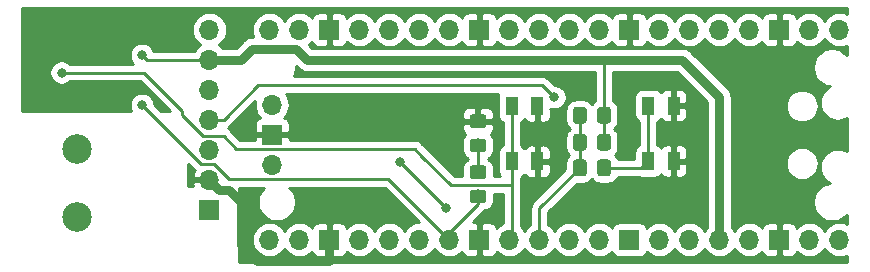
<source format=gbr>
G04 #@! TF.GenerationSoftware,KiCad,Pcbnew,(5.1.4)-1*
G04 #@! TF.CreationDate,2022-10-10T15:45:04+02:00*
G04 #@! TF.ProjectId,PiPico_BCU_Connector,50695069-636f-45f4-9243-555f436f6e6e,V00.03*
G04 #@! TF.SameCoordinates,Original*
G04 #@! TF.FileFunction,Copper,L2,Bot*
G04 #@! TF.FilePolarity,Positive*
%FSLAX46Y46*%
G04 Gerber Fmt 4.6, Leading zero omitted, Abs format (unit mm)*
G04 Created by KiCad (PCBNEW (5.1.4)-1) date 2022-10-10 15:45:04*
%MOMM*%
%LPD*%
G04 APERTURE LIST*
%ADD10R,1.050000X1.600000*%
%ADD11C,0.100000*%
%ADD12C,1.150000*%
%ADD13O,1.700000X1.700000*%
%ADD14R,1.700000X1.700000*%
%ADD15C,2.500000*%
%ADD16C,0.800000*%
%ADD17C,0.250000*%
%ADD18C,0.800000*%
%ADD19C,0.254000*%
G04 APERTURE END LIST*
D10*
X183955000Y-78840000D03*
X181805000Y-78840000D03*
X183955000Y-83540000D03*
X181805000Y-83540000D03*
X195512000Y-78803000D03*
X193362000Y-78803000D03*
X195512000Y-83503000D03*
X193362000Y-83503000D03*
D11*
G36*
X179417505Y-85922204D02*
G01*
X179441773Y-85925804D01*
X179465572Y-85931765D01*
X179488671Y-85940030D01*
X179510850Y-85950520D01*
X179531893Y-85963132D01*
X179551599Y-85977747D01*
X179569777Y-85994223D01*
X179586253Y-86012401D01*
X179600868Y-86032107D01*
X179613480Y-86053150D01*
X179623970Y-86075329D01*
X179632235Y-86098428D01*
X179638196Y-86122227D01*
X179641796Y-86146495D01*
X179643000Y-86170999D01*
X179643000Y-86821001D01*
X179641796Y-86845505D01*
X179638196Y-86869773D01*
X179632235Y-86893572D01*
X179623970Y-86916671D01*
X179613480Y-86938850D01*
X179600868Y-86959893D01*
X179586253Y-86979599D01*
X179569777Y-86997777D01*
X179551599Y-87014253D01*
X179531893Y-87028868D01*
X179510850Y-87041480D01*
X179488671Y-87051970D01*
X179465572Y-87060235D01*
X179441773Y-87066196D01*
X179417505Y-87069796D01*
X179393001Y-87071000D01*
X178492999Y-87071000D01*
X178468495Y-87069796D01*
X178444227Y-87066196D01*
X178420428Y-87060235D01*
X178397329Y-87051970D01*
X178375150Y-87041480D01*
X178354107Y-87028868D01*
X178334401Y-87014253D01*
X178316223Y-86997777D01*
X178299747Y-86979599D01*
X178285132Y-86959893D01*
X178272520Y-86938850D01*
X178262030Y-86916671D01*
X178253765Y-86893572D01*
X178247804Y-86869773D01*
X178244204Y-86845505D01*
X178243000Y-86821001D01*
X178243000Y-86170999D01*
X178244204Y-86146495D01*
X178247804Y-86122227D01*
X178253765Y-86098428D01*
X178262030Y-86075329D01*
X178272520Y-86053150D01*
X178285132Y-86032107D01*
X178299747Y-86012401D01*
X178316223Y-85994223D01*
X178334401Y-85977747D01*
X178354107Y-85963132D01*
X178375150Y-85950520D01*
X178397329Y-85940030D01*
X178420428Y-85931765D01*
X178444227Y-85925804D01*
X178468495Y-85922204D01*
X178492999Y-85921000D01*
X179393001Y-85921000D01*
X179417505Y-85922204D01*
X179417505Y-85922204D01*
G37*
D12*
X178943000Y-86496000D03*
D11*
G36*
X179417505Y-83872204D02*
G01*
X179441773Y-83875804D01*
X179465572Y-83881765D01*
X179488671Y-83890030D01*
X179510850Y-83900520D01*
X179531893Y-83913132D01*
X179551599Y-83927747D01*
X179569777Y-83944223D01*
X179586253Y-83962401D01*
X179600868Y-83982107D01*
X179613480Y-84003150D01*
X179623970Y-84025329D01*
X179632235Y-84048428D01*
X179638196Y-84072227D01*
X179641796Y-84096495D01*
X179643000Y-84120999D01*
X179643000Y-84771001D01*
X179641796Y-84795505D01*
X179638196Y-84819773D01*
X179632235Y-84843572D01*
X179623970Y-84866671D01*
X179613480Y-84888850D01*
X179600868Y-84909893D01*
X179586253Y-84929599D01*
X179569777Y-84947777D01*
X179551599Y-84964253D01*
X179531893Y-84978868D01*
X179510850Y-84991480D01*
X179488671Y-85001970D01*
X179465572Y-85010235D01*
X179441773Y-85016196D01*
X179417505Y-85019796D01*
X179393001Y-85021000D01*
X178492999Y-85021000D01*
X178468495Y-85019796D01*
X178444227Y-85016196D01*
X178420428Y-85010235D01*
X178397329Y-85001970D01*
X178375150Y-84991480D01*
X178354107Y-84978868D01*
X178334401Y-84964253D01*
X178316223Y-84947777D01*
X178299747Y-84929599D01*
X178285132Y-84909893D01*
X178272520Y-84888850D01*
X178262030Y-84866671D01*
X178253765Y-84843572D01*
X178247804Y-84819773D01*
X178244204Y-84795505D01*
X178243000Y-84771001D01*
X178243000Y-84120999D01*
X178244204Y-84096495D01*
X178247804Y-84072227D01*
X178253765Y-84048428D01*
X178262030Y-84025329D01*
X178272520Y-84003150D01*
X178285132Y-83982107D01*
X178299747Y-83962401D01*
X178316223Y-83944223D01*
X178334401Y-83927747D01*
X178354107Y-83913132D01*
X178375150Y-83900520D01*
X178397329Y-83890030D01*
X178420428Y-83881765D01*
X178444227Y-83875804D01*
X178468495Y-83872204D01*
X178492999Y-83871000D01*
X179393001Y-83871000D01*
X179417505Y-83872204D01*
X179417505Y-83872204D01*
G37*
D12*
X178943000Y-84446000D03*
D11*
G36*
X187919505Y-83375204D02*
G01*
X187943773Y-83378804D01*
X187967572Y-83384765D01*
X187990671Y-83393030D01*
X188012850Y-83403520D01*
X188033893Y-83416132D01*
X188053599Y-83430747D01*
X188071777Y-83447223D01*
X188088253Y-83465401D01*
X188102868Y-83485107D01*
X188115480Y-83506150D01*
X188125970Y-83528329D01*
X188134235Y-83551428D01*
X188140196Y-83575227D01*
X188143796Y-83599495D01*
X188145000Y-83623999D01*
X188145000Y-84524001D01*
X188143796Y-84548505D01*
X188140196Y-84572773D01*
X188134235Y-84596572D01*
X188125970Y-84619671D01*
X188115480Y-84641850D01*
X188102868Y-84662893D01*
X188088253Y-84682599D01*
X188071777Y-84700777D01*
X188053599Y-84717253D01*
X188033893Y-84731868D01*
X188012850Y-84744480D01*
X187990671Y-84754970D01*
X187967572Y-84763235D01*
X187943773Y-84769196D01*
X187919505Y-84772796D01*
X187895001Y-84774000D01*
X187244999Y-84774000D01*
X187220495Y-84772796D01*
X187196227Y-84769196D01*
X187172428Y-84763235D01*
X187149329Y-84754970D01*
X187127150Y-84744480D01*
X187106107Y-84731868D01*
X187086401Y-84717253D01*
X187068223Y-84700777D01*
X187051747Y-84682599D01*
X187037132Y-84662893D01*
X187024520Y-84641850D01*
X187014030Y-84619671D01*
X187005765Y-84596572D01*
X186999804Y-84572773D01*
X186996204Y-84548505D01*
X186995000Y-84524001D01*
X186995000Y-83623999D01*
X186996204Y-83599495D01*
X186999804Y-83575227D01*
X187005765Y-83551428D01*
X187014030Y-83528329D01*
X187024520Y-83506150D01*
X187037132Y-83485107D01*
X187051747Y-83465401D01*
X187068223Y-83447223D01*
X187086401Y-83430747D01*
X187106107Y-83416132D01*
X187127150Y-83403520D01*
X187149329Y-83393030D01*
X187172428Y-83384765D01*
X187196227Y-83378804D01*
X187220495Y-83375204D01*
X187244999Y-83374000D01*
X187895001Y-83374000D01*
X187919505Y-83375204D01*
X187919505Y-83375204D01*
G37*
D12*
X187570000Y-84074000D03*
D11*
G36*
X189969505Y-83375204D02*
G01*
X189993773Y-83378804D01*
X190017572Y-83384765D01*
X190040671Y-83393030D01*
X190062850Y-83403520D01*
X190083893Y-83416132D01*
X190103599Y-83430747D01*
X190121777Y-83447223D01*
X190138253Y-83465401D01*
X190152868Y-83485107D01*
X190165480Y-83506150D01*
X190175970Y-83528329D01*
X190184235Y-83551428D01*
X190190196Y-83575227D01*
X190193796Y-83599495D01*
X190195000Y-83623999D01*
X190195000Y-84524001D01*
X190193796Y-84548505D01*
X190190196Y-84572773D01*
X190184235Y-84596572D01*
X190175970Y-84619671D01*
X190165480Y-84641850D01*
X190152868Y-84662893D01*
X190138253Y-84682599D01*
X190121777Y-84700777D01*
X190103599Y-84717253D01*
X190083893Y-84731868D01*
X190062850Y-84744480D01*
X190040671Y-84754970D01*
X190017572Y-84763235D01*
X189993773Y-84769196D01*
X189969505Y-84772796D01*
X189945001Y-84774000D01*
X189294999Y-84774000D01*
X189270495Y-84772796D01*
X189246227Y-84769196D01*
X189222428Y-84763235D01*
X189199329Y-84754970D01*
X189177150Y-84744480D01*
X189156107Y-84731868D01*
X189136401Y-84717253D01*
X189118223Y-84700777D01*
X189101747Y-84682599D01*
X189087132Y-84662893D01*
X189074520Y-84641850D01*
X189064030Y-84619671D01*
X189055765Y-84596572D01*
X189049804Y-84572773D01*
X189046204Y-84548505D01*
X189045000Y-84524001D01*
X189045000Y-83623999D01*
X189046204Y-83599495D01*
X189049804Y-83575227D01*
X189055765Y-83551428D01*
X189064030Y-83528329D01*
X189074520Y-83506150D01*
X189087132Y-83485107D01*
X189101747Y-83465401D01*
X189118223Y-83447223D01*
X189136401Y-83430747D01*
X189156107Y-83416132D01*
X189177150Y-83403520D01*
X189199329Y-83393030D01*
X189222428Y-83384765D01*
X189246227Y-83378804D01*
X189270495Y-83375204D01*
X189294999Y-83374000D01*
X189945001Y-83374000D01*
X189969505Y-83375204D01*
X189969505Y-83375204D01*
G37*
D12*
X189620000Y-84074000D03*
D11*
G36*
X187919505Y-78930204D02*
G01*
X187943773Y-78933804D01*
X187967572Y-78939765D01*
X187990671Y-78948030D01*
X188012850Y-78958520D01*
X188033893Y-78971132D01*
X188053599Y-78985747D01*
X188071777Y-79002223D01*
X188088253Y-79020401D01*
X188102868Y-79040107D01*
X188115480Y-79061150D01*
X188125970Y-79083329D01*
X188134235Y-79106428D01*
X188140196Y-79130227D01*
X188143796Y-79154495D01*
X188145000Y-79178999D01*
X188145000Y-80079001D01*
X188143796Y-80103505D01*
X188140196Y-80127773D01*
X188134235Y-80151572D01*
X188125970Y-80174671D01*
X188115480Y-80196850D01*
X188102868Y-80217893D01*
X188088253Y-80237599D01*
X188071777Y-80255777D01*
X188053599Y-80272253D01*
X188033893Y-80286868D01*
X188012850Y-80299480D01*
X187990671Y-80309970D01*
X187967572Y-80318235D01*
X187943773Y-80324196D01*
X187919505Y-80327796D01*
X187895001Y-80329000D01*
X187244999Y-80329000D01*
X187220495Y-80327796D01*
X187196227Y-80324196D01*
X187172428Y-80318235D01*
X187149329Y-80309970D01*
X187127150Y-80299480D01*
X187106107Y-80286868D01*
X187086401Y-80272253D01*
X187068223Y-80255777D01*
X187051747Y-80237599D01*
X187037132Y-80217893D01*
X187024520Y-80196850D01*
X187014030Y-80174671D01*
X187005765Y-80151572D01*
X186999804Y-80127773D01*
X186996204Y-80103505D01*
X186995000Y-80079001D01*
X186995000Y-79178999D01*
X186996204Y-79154495D01*
X186999804Y-79130227D01*
X187005765Y-79106428D01*
X187014030Y-79083329D01*
X187024520Y-79061150D01*
X187037132Y-79040107D01*
X187051747Y-79020401D01*
X187068223Y-79002223D01*
X187086401Y-78985747D01*
X187106107Y-78971132D01*
X187127150Y-78958520D01*
X187149329Y-78948030D01*
X187172428Y-78939765D01*
X187196227Y-78933804D01*
X187220495Y-78930204D01*
X187244999Y-78929000D01*
X187895001Y-78929000D01*
X187919505Y-78930204D01*
X187919505Y-78930204D01*
G37*
D12*
X187570000Y-79629000D03*
D11*
G36*
X189969505Y-78930204D02*
G01*
X189993773Y-78933804D01*
X190017572Y-78939765D01*
X190040671Y-78948030D01*
X190062850Y-78958520D01*
X190083893Y-78971132D01*
X190103599Y-78985747D01*
X190121777Y-79002223D01*
X190138253Y-79020401D01*
X190152868Y-79040107D01*
X190165480Y-79061150D01*
X190175970Y-79083329D01*
X190184235Y-79106428D01*
X190190196Y-79130227D01*
X190193796Y-79154495D01*
X190195000Y-79178999D01*
X190195000Y-80079001D01*
X190193796Y-80103505D01*
X190190196Y-80127773D01*
X190184235Y-80151572D01*
X190175970Y-80174671D01*
X190165480Y-80196850D01*
X190152868Y-80217893D01*
X190138253Y-80237599D01*
X190121777Y-80255777D01*
X190103599Y-80272253D01*
X190083893Y-80286868D01*
X190062850Y-80299480D01*
X190040671Y-80309970D01*
X190017572Y-80318235D01*
X189993773Y-80324196D01*
X189969505Y-80327796D01*
X189945001Y-80329000D01*
X189294999Y-80329000D01*
X189270495Y-80327796D01*
X189246227Y-80324196D01*
X189222428Y-80318235D01*
X189199329Y-80309970D01*
X189177150Y-80299480D01*
X189156107Y-80286868D01*
X189136401Y-80272253D01*
X189118223Y-80255777D01*
X189101747Y-80237599D01*
X189087132Y-80217893D01*
X189074520Y-80196850D01*
X189064030Y-80174671D01*
X189055765Y-80151572D01*
X189049804Y-80127773D01*
X189046204Y-80103505D01*
X189045000Y-80079001D01*
X189045000Y-79178999D01*
X189046204Y-79154495D01*
X189049804Y-79130227D01*
X189055765Y-79106428D01*
X189064030Y-79083329D01*
X189074520Y-79061150D01*
X189087132Y-79040107D01*
X189101747Y-79020401D01*
X189118223Y-79002223D01*
X189136401Y-78985747D01*
X189156107Y-78971132D01*
X189177150Y-78958520D01*
X189199329Y-78948030D01*
X189222428Y-78939765D01*
X189246227Y-78933804D01*
X189270495Y-78930204D01*
X189294999Y-78929000D01*
X189945001Y-78929000D01*
X189969505Y-78930204D01*
X189969505Y-78930204D01*
G37*
D12*
X189620000Y-79629000D03*
D11*
G36*
X179417505Y-81604204D02*
G01*
X179441773Y-81607804D01*
X179465572Y-81613765D01*
X179488671Y-81622030D01*
X179510850Y-81632520D01*
X179531893Y-81645132D01*
X179551599Y-81659747D01*
X179569777Y-81676223D01*
X179586253Y-81694401D01*
X179600868Y-81714107D01*
X179613480Y-81735150D01*
X179623970Y-81757329D01*
X179632235Y-81780428D01*
X179638196Y-81804227D01*
X179641796Y-81828495D01*
X179643000Y-81852999D01*
X179643000Y-82503001D01*
X179641796Y-82527505D01*
X179638196Y-82551773D01*
X179632235Y-82575572D01*
X179623970Y-82598671D01*
X179613480Y-82620850D01*
X179600868Y-82641893D01*
X179586253Y-82661599D01*
X179569777Y-82679777D01*
X179551599Y-82696253D01*
X179531893Y-82710868D01*
X179510850Y-82723480D01*
X179488671Y-82733970D01*
X179465572Y-82742235D01*
X179441773Y-82748196D01*
X179417505Y-82751796D01*
X179393001Y-82753000D01*
X178492999Y-82753000D01*
X178468495Y-82751796D01*
X178444227Y-82748196D01*
X178420428Y-82742235D01*
X178397329Y-82733970D01*
X178375150Y-82723480D01*
X178354107Y-82710868D01*
X178334401Y-82696253D01*
X178316223Y-82679777D01*
X178299747Y-82661599D01*
X178285132Y-82641893D01*
X178272520Y-82620850D01*
X178262030Y-82598671D01*
X178253765Y-82575572D01*
X178247804Y-82551773D01*
X178244204Y-82527505D01*
X178243000Y-82503001D01*
X178243000Y-81852999D01*
X178244204Y-81828495D01*
X178247804Y-81804227D01*
X178253765Y-81780428D01*
X178262030Y-81757329D01*
X178272520Y-81735150D01*
X178285132Y-81714107D01*
X178299747Y-81694401D01*
X178316223Y-81676223D01*
X178334401Y-81659747D01*
X178354107Y-81645132D01*
X178375150Y-81632520D01*
X178397329Y-81622030D01*
X178420428Y-81613765D01*
X178444227Y-81607804D01*
X178468495Y-81604204D01*
X178492999Y-81603000D01*
X179393001Y-81603000D01*
X179417505Y-81604204D01*
X179417505Y-81604204D01*
G37*
D12*
X178943000Y-82178000D03*
D11*
G36*
X179417505Y-79554204D02*
G01*
X179441773Y-79557804D01*
X179465572Y-79563765D01*
X179488671Y-79572030D01*
X179510850Y-79582520D01*
X179531893Y-79595132D01*
X179551599Y-79609747D01*
X179569777Y-79626223D01*
X179586253Y-79644401D01*
X179600868Y-79664107D01*
X179613480Y-79685150D01*
X179623970Y-79707329D01*
X179632235Y-79730428D01*
X179638196Y-79754227D01*
X179641796Y-79778495D01*
X179643000Y-79802999D01*
X179643000Y-80453001D01*
X179641796Y-80477505D01*
X179638196Y-80501773D01*
X179632235Y-80525572D01*
X179623970Y-80548671D01*
X179613480Y-80570850D01*
X179600868Y-80591893D01*
X179586253Y-80611599D01*
X179569777Y-80629777D01*
X179551599Y-80646253D01*
X179531893Y-80660868D01*
X179510850Y-80673480D01*
X179488671Y-80683970D01*
X179465572Y-80692235D01*
X179441773Y-80698196D01*
X179417505Y-80701796D01*
X179393001Y-80703000D01*
X178492999Y-80703000D01*
X178468495Y-80701796D01*
X178444227Y-80698196D01*
X178420428Y-80692235D01*
X178397329Y-80683970D01*
X178375150Y-80673480D01*
X178354107Y-80660868D01*
X178334401Y-80646253D01*
X178316223Y-80629777D01*
X178299747Y-80611599D01*
X178285132Y-80591893D01*
X178272520Y-80570850D01*
X178262030Y-80548671D01*
X178253765Y-80525572D01*
X178247804Y-80501773D01*
X178244204Y-80477505D01*
X178243000Y-80453001D01*
X178243000Y-79802999D01*
X178244204Y-79778495D01*
X178247804Y-79754227D01*
X178253765Y-79730428D01*
X178262030Y-79707329D01*
X178272520Y-79685150D01*
X178285132Y-79664107D01*
X178299747Y-79644401D01*
X178316223Y-79626223D01*
X178334401Y-79609747D01*
X178354107Y-79595132D01*
X178375150Y-79582520D01*
X178397329Y-79572030D01*
X178420428Y-79563765D01*
X178444227Y-79557804D01*
X178468495Y-79554204D01*
X178492999Y-79553000D01*
X179393001Y-79553000D01*
X179417505Y-79554204D01*
X179417505Y-79554204D01*
G37*
D12*
X178943000Y-80128000D03*
D11*
G36*
X187919505Y-81216204D02*
G01*
X187943773Y-81219804D01*
X187967572Y-81225765D01*
X187990671Y-81234030D01*
X188012850Y-81244520D01*
X188033893Y-81257132D01*
X188053599Y-81271747D01*
X188071777Y-81288223D01*
X188088253Y-81306401D01*
X188102868Y-81326107D01*
X188115480Y-81347150D01*
X188125970Y-81369329D01*
X188134235Y-81392428D01*
X188140196Y-81416227D01*
X188143796Y-81440495D01*
X188145000Y-81464999D01*
X188145000Y-82365001D01*
X188143796Y-82389505D01*
X188140196Y-82413773D01*
X188134235Y-82437572D01*
X188125970Y-82460671D01*
X188115480Y-82482850D01*
X188102868Y-82503893D01*
X188088253Y-82523599D01*
X188071777Y-82541777D01*
X188053599Y-82558253D01*
X188033893Y-82572868D01*
X188012850Y-82585480D01*
X187990671Y-82595970D01*
X187967572Y-82604235D01*
X187943773Y-82610196D01*
X187919505Y-82613796D01*
X187895001Y-82615000D01*
X187244999Y-82615000D01*
X187220495Y-82613796D01*
X187196227Y-82610196D01*
X187172428Y-82604235D01*
X187149329Y-82595970D01*
X187127150Y-82585480D01*
X187106107Y-82572868D01*
X187086401Y-82558253D01*
X187068223Y-82541777D01*
X187051747Y-82523599D01*
X187037132Y-82503893D01*
X187024520Y-82482850D01*
X187014030Y-82460671D01*
X187005765Y-82437572D01*
X186999804Y-82413773D01*
X186996204Y-82389505D01*
X186995000Y-82365001D01*
X186995000Y-81464999D01*
X186996204Y-81440495D01*
X186999804Y-81416227D01*
X187005765Y-81392428D01*
X187014030Y-81369329D01*
X187024520Y-81347150D01*
X187037132Y-81326107D01*
X187051747Y-81306401D01*
X187068223Y-81288223D01*
X187086401Y-81271747D01*
X187106107Y-81257132D01*
X187127150Y-81244520D01*
X187149329Y-81234030D01*
X187172428Y-81225765D01*
X187196227Y-81219804D01*
X187220495Y-81216204D01*
X187244999Y-81215000D01*
X187895001Y-81215000D01*
X187919505Y-81216204D01*
X187919505Y-81216204D01*
G37*
D12*
X187570000Y-81915000D03*
D11*
G36*
X189969505Y-81216204D02*
G01*
X189993773Y-81219804D01*
X190017572Y-81225765D01*
X190040671Y-81234030D01*
X190062850Y-81244520D01*
X190083893Y-81257132D01*
X190103599Y-81271747D01*
X190121777Y-81288223D01*
X190138253Y-81306401D01*
X190152868Y-81326107D01*
X190165480Y-81347150D01*
X190175970Y-81369329D01*
X190184235Y-81392428D01*
X190190196Y-81416227D01*
X190193796Y-81440495D01*
X190195000Y-81464999D01*
X190195000Y-82365001D01*
X190193796Y-82389505D01*
X190190196Y-82413773D01*
X190184235Y-82437572D01*
X190175970Y-82460671D01*
X190165480Y-82482850D01*
X190152868Y-82503893D01*
X190138253Y-82523599D01*
X190121777Y-82541777D01*
X190103599Y-82558253D01*
X190083893Y-82572868D01*
X190062850Y-82585480D01*
X190040671Y-82595970D01*
X190017572Y-82604235D01*
X189993773Y-82610196D01*
X189969505Y-82613796D01*
X189945001Y-82615000D01*
X189294999Y-82615000D01*
X189270495Y-82613796D01*
X189246227Y-82610196D01*
X189222428Y-82604235D01*
X189199329Y-82595970D01*
X189177150Y-82585480D01*
X189156107Y-82572868D01*
X189136401Y-82558253D01*
X189118223Y-82541777D01*
X189101747Y-82523599D01*
X189087132Y-82503893D01*
X189074520Y-82482850D01*
X189064030Y-82460671D01*
X189055765Y-82437572D01*
X189049804Y-82413773D01*
X189046204Y-82389505D01*
X189045000Y-82365001D01*
X189045000Y-81464999D01*
X189046204Y-81440495D01*
X189049804Y-81416227D01*
X189055765Y-81392428D01*
X189064030Y-81369329D01*
X189074520Y-81347150D01*
X189087132Y-81326107D01*
X189101747Y-81306401D01*
X189118223Y-81288223D01*
X189136401Y-81271747D01*
X189156107Y-81257132D01*
X189177150Y-81244520D01*
X189199329Y-81234030D01*
X189222428Y-81225765D01*
X189246227Y-81219804D01*
X189270495Y-81216204D01*
X189294999Y-81215000D01*
X189945001Y-81215000D01*
X189969505Y-81216204D01*
X189969505Y-81216204D01*
G37*
D12*
X189620000Y-81915000D03*
D13*
X161520000Y-83820000D03*
D14*
X161520000Y-81280000D03*
D13*
X161520000Y-78740000D03*
X209550000Y-90170000D03*
X207010000Y-90170000D03*
D14*
X204470000Y-90170000D03*
D13*
X201930000Y-90170000D03*
X199390000Y-90170000D03*
X196850000Y-90170000D03*
X194310000Y-90170000D03*
D14*
X191770000Y-90170000D03*
D13*
X189230000Y-90170000D03*
X186690000Y-90170000D03*
X184150000Y-90170000D03*
X181610000Y-90170000D03*
D14*
X179070000Y-90170000D03*
D13*
X176530000Y-90170000D03*
X173990000Y-90170000D03*
X171450000Y-90170000D03*
X168910000Y-90170000D03*
D14*
X166370000Y-90170000D03*
D13*
X163830000Y-90170000D03*
X161290000Y-90170000D03*
X161290000Y-72390000D03*
X163830000Y-72390000D03*
D14*
X166370000Y-72390000D03*
D13*
X168910000Y-72390000D03*
X171450000Y-72390000D03*
X173990000Y-72390000D03*
X176530000Y-72390000D03*
D14*
X179070000Y-72390000D03*
D13*
X181610000Y-72390000D03*
X184150000Y-72390000D03*
X186690000Y-72390000D03*
X189230000Y-72390000D03*
D14*
X191770000Y-72390000D03*
D13*
X194310000Y-72390000D03*
X196850000Y-72390000D03*
X199390000Y-72390000D03*
X201930000Y-72390000D03*
D14*
X204470000Y-72390000D03*
D13*
X207010000Y-72390000D03*
X209550000Y-72390000D03*
X156210000Y-72390000D03*
X156210000Y-74930000D03*
X156210000Y-77470000D03*
X156210000Y-80010000D03*
X156210000Y-82550000D03*
X156210000Y-85090000D03*
D14*
X156210000Y-87630000D03*
D15*
X145015000Y-82525000D03*
X145015000Y-88275000D03*
D16*
X172339000Y-83566000D03*
X176276000Y-87503000D03*
X185420000Y-78105000D03*
X147701000Y-71247000D03*
X141986000Y-73660000D03*
X147320000Y-73660000D03*
X150486000Y-74514000D03*
X150495000Y-78740000D03*
X143696000Y-76010000D03*
D17*
X172339000Y-83566000D02*
X176276000Y-87503000D01*
X176276000Y-87503000D02*
X176276000Y-87503000D01*
X185420000Y-78105000D02*
X185420000Y-78105000D01*
X157412081Y-80010000D02*
X160352081Y-77070000D01*
X156210000Y-80010000D02*
X157412081Y-80010000D01*
X184385000Y-77070000D02*
X185420000Y-78105000D01*
X160352081Y-77070000D02*
X184385000Y-77070000D01*
D18*
X157829999Y-85939999D02*
X157059999Y-85939999D01*
X158890000Y-87000000D02*
X157829999Y-85939999D01*
X157059999Y-85939999D02*
X156210000Y-85090000D01*
X166370000Y-90170000D02*
X166370000Y-91880000D01*
X158890000Y-90590000D02*
X158890000Y-87000000D01*
X166370000Y-91880000D02*
X166320000Y-91930000D01*
X163840000Y-91930000D02*
X163820000Y-91950000D01*
X166320000Y-91930000D02*
X163840000Y-91930000D01*
X163820000Y-91950000D02*
X160250000Y-91950000D01*
X160250000Y-91950000D02*
X158890000Y-90590000D01*
X163830000Y-72390000D02*
X163830000Y-72020000D01*
D17*
X150902000Y-74930000D02*
X150486000Y-74514000D01*
X156210000Y-74930000D02*
X150902000Y-74930000D01*
D18*
X158850000Y-74930000D02*
X156210000Y-74930000D01*
X199390000Y-90170000D02*
X199390000Y-78105000D01*
X199390000Y-78105000D02*
X196215000Y-74930000D01*
X164470000Y-74930000D02*
X163541006Y-74001006D01*
X163541006Y-74001006D02*
X159778994Y-74001006D01*
X159778994Y-74001006D02*
X158850000Y-74930000D01*
D17*
X189620000Y-81915000D02*
X189620000Y-79629000D01*
X189620000Y-75066000D02*
X189484000Y-74930000D01*
X189620000Y-79629000D02*
X189620000Y-75066000D01*
D18*
X196215000Y-74930000D02*
X189484000Y-74930000D01*
X189484000Y-74930000D02*
X164470000Y-74930000D01*
D17*
X156584003Y-83725001D02*
X155480001Y-83725001D01*
X157854003Y-84995001D02*
X156584003Y-83725001D01*
X176530000Y-90170000D02*
X171355001Y-84995001D01*
X171355001Y-84995001D02*
X157854003Y-84995001D01*
X155480001Y-83725001D02*
X150495000Y-78740000D01*
X150495000Y-78740000D02*
X150495000Y-78740000D01*
X176530000Y-89584000D02*
X176530000Y-90170000D01*
X178943000Y-87171000D02*
X176530000Y-89584000D01*
X178943000Y-86496000D02*
X178943000Y-87171000D01*
X178943000Y-84446000D02*
X178943000Y-82178000D01*
X192791000Y-84074000D02*
X193362000Y-83503000D01*
X189620000Y-84074000D02*
X192791000Y-84074000D01*
X193362000Y-82453000D02*
X193362000Y-78803000D01*
X193362000Y-83503000D02*
X193362000Y-82453000D01*
X143696000Y-76010000D02*
X150686000Y-76010000D01*
X157409001Y-81374999D02*
X158489003Y-82455001D01*
X155669999Y-81374999D02*
X157409001Y-81374999D01*
X153924000Y-79629000D02*
X155669999Y-81374999D01*
X153924000Y-79248000D02*
X153924000Y-79629000D01*
X153924000Y-79248000D02*
X150686000Y-76010000D01*
X181610000Y-90170000D02*
X181805000Y-89975000D01*
X173576999Y-82455001D02*
X158489003Y-82455001D01*
X176651998Y-85530000D02*
X174243749Y-83121751D01*
X181805000Y-85530000D02*
X176651998Y-85530000D01*
X174243749Y-83121751D02*
X173576999Y-82455001D01*
X174661998Y-83540000D02*
X174243749Y-83121751D01*
X181805000Y-85530000D02*
X181805000Y-83540000D01*
X181805000Y-89975000D02*
X181805000Y-85530000D01*
X181805000Y-82490000D02*
X181805000Y-78840000D01*
X181805000Y-83540000D02*
X181805000Y-82490000D01*
X184150000Y-87494000D02*
X187570000Y-84074000D01*
X184150000Y-90170000D02*
X184150000Y-87494000D01*
X187570000Y-79629000D02*
X187570000Y-84074000D01*
D19*
G36*
X210160001Y-71032229D02*
G01*
X210121034Y-71011401D01*
X209841111Y-70926487D01*
X209622950Y-70905000D01*
X209477050Y-70905000D01*
X209258889Y-70926487D01*
X208978966Y-71011401D01*
X208720986Y-71149294D01*
X208494866Y-71334866D01*
X208309294Y-71560986D01*
X208280000Y-71615791D01*
X208250706Y-71560986D01*
X208065134Y-71334866D01*
X207839014Y-71149294D01*
X207581034Y-71011401D01*
X207301111Y-70926487D01*
X207082950Y-70905000D01*
X206937050Y-70905000D01*
X206718889Y-70926487D01*
X206438966Y-71011401D01*
X206180986Y-71149294D01*
X205954866Y-71334866D01*
X205930393Y-71364687D01*
X205909502Y-71295820D01*
X205850537Y-71185506D01*
X205771185Y-71088815D01*
X205674494Y-71009463D01*
X205564180Y-70950498D01*
X205444482Y-70914188D01*
X205320000Y-70901928D01*
X204755750Y-70905000D01*
X204597000Y-71063750D01*
X204597000Y-72263000D01*
X204617000Y-72263000D01*
X204617000Y-72517000D01*
X204597000Y-72517000D01*
X204597000Y-73716250D01*
X204755750Y-73875000D01*
X205320000Y-73878072D01*
X205444482Y-73865812D01*
X205564180Y-73829502D01*
X205674494Y-73770537D01*
X205771185Y-73691185D01*
X205850537Y-73594494D01*
X205909502Y-73484180D01*
X205930393Y-73415313D01*
X205954866Y-73445134D01*
X206180986Y-73630706D01*
X206438966Y-73768599D01*
X206718889Y-73853513D01*
X206937050Y-73875000D01*
X207082950Y-73875000D01*
X207301111Y-73853513D01*
X207581034Y-73768599D01*
X207839014Y-73630706D01*
X208065134Y-73445134D01*
X208250706Y-73219014D01*
X208280000Y-73164209D01*
X208309294Y-73219014D01*
X208494866Y-73445134D01*
X208720986Y-73630706D01*
X208978966Y-73768599D01*
X209258889Y-73853513D01*
X209477050Y-73875000D01*
X209622950Y-73875000D01*
X209841111Y-73853513D01*
X210121034Y-73768599D01*
X210160001Y-73747771D01*
X210160001Y-74525933D01*
X209954061Y-74319993D01*
X209688377Y-74142468D01*
X209393164Y-74020187D01*
X209079768Y-73957849D01*
X208760232Y-73957849D01*
X208446836Y-74020187D01*
X208151623Y-74142468D01*
X207885939Y-74319993D01*
X207659993Y-74545939D01*
X207482468Y-74811623D01*
X207360187Y-75106836D01*
X207297849Y-75420232D01*
X207297849Y-75739768D01*
X207360187Y-76053164D01*
X207482468Y-76348377D01*
X207659993Y-76614061D01*
X207885939Y-76840007D01*
X208151623Y-77017532D01*
X208446836Y-77139813D01*
X208712489Y-77192654D01*
X208563073Y-77272519D01*
X208329339Y-77464339D01*
X208137519Y-77698073D01*
X207994983Y-77964739D01*
X207907210Y-78254087D01*
X207877573Y-78555000D01*
X207907210Y-78855913D01*
X207994983Y-79145261D01*
X208137519Y-79411927D01*
X208329339Y-79645661D01*
X208563073Y-79837481D01*
X208829739Y-79980017D01*
X209119087Y-80067790D01*
X209344592Y-80090000D01*
X209495408Y-80090000D01*
X209720913Y-80067790D01*
X210010261Y-79980017D01*
X210160001Y-79899980D01*
X210160000Y-82660020D01*
X210010261Y-82579983D01*
X209720913Y-82492210D01*
X209495408Y-82470000D01*
X209344592Y-82470000D01*
X209119087Y-82492210D01*
X208829739Y-82579983D01*
X208563073Y-82722519D01*
X208329339Y-82914339D01*
X208137519Y-83148073D01*
X207994983Y-83414739D01*
X207907210Y-83704087D01*
X207877573Y-84005000D01*
X207907210Y-84305913D01*
X207994983Y-84595261D01*
X208137519Y-84861927D01*
X208329339Y-85095661D01*
X208563073Y-85287481D01*
X208712489Y-85367346D01*
X208446836Y-85420187D01*
X208151623Y-85542468D01*
X207885939Y-85719993D01*
X207659993Y-85945939D01*
X207482468Y-86211623D01*
X207360187Y-86506836D01*
X207297849Y-86820232D01*
X207297849Y-87139768D01*
X207360187Y-87453164D01*
X207482468Y-87748377D01*
X207659993Y-88014061D01*
X207885939Y-88240007D01*
X208151623Y-88417532D01*
X208446836Y-88539813D01*
X208760232Y-88602151D01*
X209079768Y-88602151D01*
X209393164Y-88539813D01*
X209688377Y-88417532D01*
X209954061Y-88240007D01*
X210160000Y-88034068D01*
X210160000Y-88812229D01*
X210121034Y-88791401D01*
X209841111Y-88706487D01*
X209622950Y-88685000D01*
X209477050Y-88685000D01*
X209258889Y-88706487D01*
X208978966Y-88791401D01*
X208720986Y-88929294D01*
X208494866Y-89114866D01*
X208309294Y-89340986D01*
X208280000Y-89395791D01*
X208250706Y-89340986D01*
X208065134Y-89114866D01*
X207839014Y-88929294D01*
X207581034Y-88791401D01*
X207301111Y-88706487D01*
X207082950Y-88685000D01*
X206937050Y-88685000D01*
X206718889Y-88706487D01*
X206438966Y-88791401D01*
X206180986Y-88929294D01*
X205954866Y-89114866D01*
X205930393Y-89144687D01*
X205909502Y-89075820D01*
X205850537Y-88965506D01*
X205771185Y-88868815D01*
X205674494Y-88789463D01*
X205564180Y-88730498D01*
X205444482Y-88694188D01*
X205320000Y-88681928D01*
X204755750Y-88685000D01*
X204597000Y-88843750D01*
X204597000Y-90043000D01*
X204617000Y-90043000D01*
X204617000Y-90297000D01*
X204597000Y-90297000D01*
X204597000Y-91496250D01*
X204755750Y-91655000D01*
X205320000Y-91658072D01*
X205444482Y-91645812D01*
X205564180Y-91609502D01*
X205674494Y-91550537D01*
X205771185Y-91471185D01*
X205850537Y-91374494D01*
X205909502Y-91264180D01*
X205930393Y-91195313D01*
X205954866Y-91225134D01*
X206180986Y-91410706D01*
X206438966Y-91548599D01*
X206718889Y-91633513D01*
X206937050Y-91655000D01*
X207082950Y-91655000D01*
X207301111Y-91633513D01*
X207581034Y-91548599D01*
X207839014Y-91410706D01*
X208065134Y-91225134D01*
X208250706Y-90999014D01*
X208280000Y-90944209D01*
X208309294Y-90999014D01*
X208494866Y-91225134D01*
X208720986Y-91410706D01*
X208978966Y-91548599D01*
X209258889Y-91633513D01*
X209477050Y-91655000D01*
X209622950Y-91655000D01*
X209841111Y-91633513D01*
X210121034Y-91548599D01*
X210160000Y-91527771D01*
X210160000Y-92050000D01*
X158717945Y-92050000D01*
X158720634Y-90170000D01*
X159797815Y-90170000D01*
X159826487Y-90461111D01*
X159911401Y-90741034D01*
X160049294Y-90999014D01*
X160234866Y-91225134D01*
X160460986Y-91410706D01*
X160718966Y-91548599D01*
X160998889Y-91633513D01*
X161217050Y-91655000D01*
X161362950Y-91655000D01*
X161581111Y-91633513D01*
X161861034Y-91548599D01*
X162119014Y-91410706D01*
X162345134Y-91225134D01*
X162530706Y-90999014D01*
X162560000Y-90944209D01*
X162589294Y-90999014D01*
X162774866Y-91225134D01*
X163000986Y-91410706D01*
X163258966Y-91548599D01*
X163538889Y-91633513D01*
X163757050Y-91655000D01*
X163902950Y-91655000D01*
X164121111Y-91633513D01*
X164401034Y-91548599D01*
X164659014Y-91410706D01*
X164885134Y-91225134D01*
X164909607Y-91195313D01*
X164930498Y-91264180D01*
X164989463Y-91374494D01*
X165068815Y-91471185D01*
X165165506Y-91550537D01*
X165275820Y-91609502D01*
X165395518Y-91645812D01*
X165520000Y-91658072D01*
X166084250Y-91655000D01*
X166243000Y-91496250D01*
X166243000Y-90297000D01*
X166223000Y-90297000D01*
X166223000Y-90043000D01*
X166243000Y-90043000D01*
X166243000Y-88843750D01*
X166084250Y-88685000D01*
X165520000Y-88681928D01*
X165395518Y-88694188D01*
X165275820Y-88730498D01*
X165165506Y-88789463D01*
X165068815Y-88868815D01*
X164989463Y-88965506D01*
X164930498Y-89075820D01*
X164909607Y-89144687D01*
X164885134Y-89114866D01*
X164659014Y-88929294D01*
X164401034Y-88791401D01*
X164121111Y-88706487D01*
X163902950Y-88685000D01*
X163757050Y-88685000D01*
X163538889Y-88706487D01*
X163258966Y-88791401D01*
X163000986Y-88929294D01*
X162774866Y-89114866D01*
X162589294Y-89340986D01*
X162560000Y-89395791D01*
X162530706Y-89340986D01*
X162345134Y-89114866D01*
X162119014Y-88929294D01*
X161861034Y-88791401D01*
X161581111Y-88706487D01*
X161362950Y-88685000D01*
X161217050Y-88685000D01*
X160998889Y-88706487D01*
X160718966Y-88791401D01*
X160460986Y-88929294D01*
X160234866Y-89114866D01*
X160049294Y-89340986D01*
X159911401Y-89598966D01*
X159826487Y-89878889D01*
X159797815Y-90170000D01*
X158720634Y-90170000D01*
X158726950Y-85755001D01*
X160850931Y-85755001D01*
X160659993Y-85945939D01*
X160482468Y-86211623D01*
X160360187Y-86506836D01*
X160297849Y-86820232D01*
X160297849Y-87139768D01*
X160360187Y-87453164D01*
X160482468Y-87748377D01*
X160659993Y-88014061D01*
X160885939Y-88240007D01*
X161151623Y-88417532D01*
X161446836Y-88539813D01*
X161760232Y-88602151D01*
X162079768Y-88602151D01*
X162393164Y-88539813D01*
X162688377Y-88417532D01*
X162954061Y-88240007D01*
X163180007Y-88014061D01*
X163357532Y-87748377D01*
X163479813Y-87453164D01*
X163542151Y-87139768D01*
X163542151Y-86820232D01*
X163479813Y-86506836D01*
X163357532Y-86211623D01*
X163180007Y-85945939D01*
X162989069Y-85755001D01*
X171040200Y-85755001D01*
X173970198Y-88685000D01*
X173917050Y-88685000D01*
X173698889Y-88706487D01*
X173418966Y-88791401D01*
X173160986Y-88929294D01*
X172934866Y-89114866D01*
X172749294Y-89340986D01*
X172720000Y-89395791D01*
X172690706Y-89340986D01*
X172505134Y-89114866D01*
X172279014Y-88929294D01*
X172021034Y-88791401D01*
X171741111Y-88706487D01*
X171522950Y-88685000D01*
X171377050Y-88685000D01*
X171158889Y-88706487D01*
X170878966Y-88791401D01*
X170620986Y-88929294D01*
X170394866Y-89114866D01*
X170209294Y-89340986D01*
X170180000Y-89395791D01*
X170150706Y-89340986D01*
X169965134Y-89114866D01*
X169739014Y-88929294D01*
X169481034Y-88791401D01*
X169201111Y-88706487D01*
X168982950Y-88685000D01*
X168837050Y-88685000D01*
X168618889Y-88706487D01*
X168338966Y-88791401D01*
X168080986Y-88929294D01*
X167854866Y-89114866D01*
X167830393Y-89144687D01*
X167809502Y-89075820D01*
X167750537Y-88965506D01*
X167671185Y-88868815D01*
X167574494Y-88789463D01*
X167464180Y-88730498D01*
X167344482Y-88694188D01*
X167220000Y-88681928D01*
X166655750Y-88685000D01*
X166497000Y-88843750D01*
X166497000Y-90043000D01*
X166517000Y-90043000D01*
X166517000Y-90297000D01*
X166497000Y-90297000D01*
X166497000Y-91496250D01*
X166655750Y-91655000D01*
X167220000Y-91658072D01*
X167344482Y-91645812D01*
X167464180Y-91609502D01*
X167574494Y-91550537D01*
X167671185Y-91471185D01*
X167750537Y-91374494D01*
X167809502Y-91264180D01*
X167830393Y-91195313D01*
X167854866Y-91225134D01*
X168080986Y-91410706D01*
X168338966Y-91548599D01*
X168618889Y-91633513D01*
X168837050Y-91655000D01*
X168982950Y-91655000D01*
X169201111Y-91633513D01*
X169481034Y-91548599D01*
X169739014Y-91410706D01*
X169965134Y-91225134D01*
X170150706Y-90999014D01*
X170180000Y-90944209D01*
X170209294Y-90999014D01*
X170394866Y-91225134D01*
X170620986Y-91410706D01*
X170878966Y-91548599D01*
X171158889Y-91633513D01*
X171377050Y-91655000D01*
X171522950Y-91655000D01*
X171741111Y-91633513D01*
X172021034Y-91548599D01*
X172279014Y-91410706D01*
X172505134Y-91225134D01*
X172690706Y-90999014D01*
X172720000Y-90944209D01*
X172749294Y-90999014D01*
X172934866Y-91225134D01*
X173160986Y-91410706D01*
X173418966Y-91548599D01*
X173698889Y-91633513D01*
X173917050Y-91655000D01*
X174062950Y-91655000D01*
X174281111Y-91633513D01*
X174561034Y-91548599D01*
X174819014Y-91410706D01*
X175045134Y-91225134D01*
X175230706Y-90999014D01*
X175260000Y-90944209D01*
X175289294Y-90999014D01*
X175474866Y-91225134D01*
X175700986Y-91410706D01*
X175958966Y-91548599D01*
X176238889Y-91633513D01*
X176457050Y-91655000D01*
X176602950Y-91655000D01*
X176821111Y-91633513D01*
X177101034Y-91548599D01*
X177359014Y-91410706D01*
X177585134Y-91225134D01*
X177609607Y-91195313D01*
X177630498Y-91264180D01*
X177689463Y-91374494D01*
X177768815Y-91471185D01*
X177865506Y-91550537D01*
X177975820Y-91609502D01*
X178095518Y-91645812D01*
X178220000Y-91658072D01*
X178784250Y-91655000D01*
X178943000Y-91496250D01*
X178943000Y-90297000D01*
X178923000Y-90297000D01*
X178923000Y-90043000D01*
X178943000Y-90043000D01*
X178943000Y-88843750D01*
X178784250Y-88685000D01*
X178505320Y-88683481D01*
X179454003Y-87734799D01*
X179483001Y-87711001D01*
X179492638Y-87699259D01*
X179566255Y-87692008D01*
X179732851Y-87641472D01*
X179886387Y-87559405D01*
X180020962Y-87448962D01*
X180131405Y-87314387D01*
X180213472Y-87160851D01*
X180264008Y-86994255D01*
X180281072Y-86821001D01*
X180281072Y-86290000D01*
X181045001Y-86290000D01*
X181045000Y-88789571D01*
X181038966Y-88791401D01*
X180780986Y-88929294D01*
X180554866Y-89114866D01*
X180530393Y-89144687D01*
X180509502Y-89075820D01*
X180450537Y-88965506D01*
X180371185Y-88868815D01*
X180274494Y-88789463D01*
X180164180Y-88730498D01*
X180044482Y-88694188D01*
X179920000Y-88681928D01*
X179355750Y-88685000D01*
X179197000Y-88843750D01*
X179197000Y-90043000D01*
X179217000Y-90043000D01*
X179217000Y-90297000D01*
X179197000Y-90297000D01*
X179197000Y-91496250D01*
X179355750Y-91655000D01*
X179920000Y-91658072D01*
X180044482Y-91645812D01*
X180164180Y-91609502D01*
X180274494Y-91550537D01*
X180371185Y-91471185D01*
X180450537Y-91374494D01*
X180509502Y-91264180D01*
X180530393Y-91195313D01*
X180554866Y-91225134D01*
X180780986Y-91410706D01*
X181038966Y-91548599D01*
X181318889Y-91633513D01*
X181537050Y-91655000D01*
X181682950Y-91655000D01*
X181901111Y-91633513D01*
X182181034Y-91548599D01*
X182439014Y-91410706D01*
X182665134Y-91225134D01*
X182850706Y-90999014D01*
X182880000Y-90944209D01*
X182909294Y-90999014D01*
X183094866Y-91225134D01*
X183320986Y-91410706D01*
X183578966Y-91548599D01*
X183858889Y-91633513D01*
X184077050Y-91655000D01*
X184222950Y-91655000D01*
X184441111Y-91633513D01*
X184721034Y-91548599D01*
X184979014Y-91410706D01*
X185205134Y-91225134D01*
X185390706Y-90999014D01*
X185420000Y-90944209D01*
X185449294Y-90999014D01*
X185634866Y-91225134D01*
X185860986Y-91410706D01*
X186118966Y-91548599D01*
X186398889Y-91633513D01*
X186617050Y-91655000D01*
X186762950Y-91655000D01*
X186981111Y-91633513D01*
X187261034Y-91548599D01*
X187519014Y-91410706D01*
X187745134Y-91225134D01*
X187930706Y-90999014D01*
X187960000Y-90944209D01*
X187989294Y-90999014D01*
X188174866Y-91225134D01*
X188400986Y-91410706D01*
X188658966Y-91548599D01*
X188938889Y-91633513D01*
X189157050Y-91655000D01*
X189302950Y-91655000D01*
X189521111Y-91633513D01*
X189801034Y-91548599D01*
X190059014Y-91410706D01*
X190285134Y-91225134D01*
X190309607Y-91195313D01*
X190330498Y-91264180D01*
X190389463Y-91374494D01*
X190468815Y-91471185D01*
X190565506Y-91550537D01*
X190675820Y-91609502D01*
X190795518Y-91645812D01*
X190920000Y-91658072D01*
X192620000Y-91658072D01*
X192744482Y-91645812D01*
X192864180Y-91609502D01*
X192974494Y-91550537D01*
X193071185Y-91471185D01*
X193150537Y-91374494D01*
X193209502Y-91264180D01*
X193230393Y-91195313D01*
X193254866Y-91225134D01*
X193480986Y-91410706D01*
X193738966Y-91548599D01*
X194018889Y-91633513D01*
X194237050Y-91655000D01*
X194382950Y-91655000D01*
X194601111Y-91633513D01*
X194881034Y-91548599D01*
X195139014Y-91410706D01*
X195365134Y-91225134D01*
X195550706Y-90999014D01*
X195580000Y-90944209D01*
X195609294Y-90999014D01*
X195794866Y-91225134D01*
X196020986Y-91410706D01*
X196278966Y-91548599D01*
X196558889Y-91633513D01*
X196777050Y-91655000D01*
X196922950Y-91655000D01*
X197141111Y-91633513D01*
X197421034Y-91548599D01*
X197679014Y-91410706D01*
X197905134Y-91225134D01*
X198090706Y-90999014D01*
X198120000Y-90944209D01*
X198149294Y-90999014D01*
X198334866Y-91225134D01*
X198560986Y-91410706D01*
X198818966Y-91548599D01*
X199098889Y-91633513D01*
X199317050Y-91655000D01*
X199462950Y-91655000D01*
X199681111Y-91633513D01*
X199961034Y-91548599D01*
X200219014Y-91410706D01*
X200445134Y-91225134D01*
X200630706Y-90999014D01*
X200660000Y-90944209D01*
X200689294Y-90999014D01*
X200874866Y-91225134D01*
X201100986Y-91410706D01*
X201358966Y-91548599D01*
X201638889Y-91633513D01*
X201857050Y-91655000D01*
X202002950Y-91655000D01*
X202221111Y-91633513D01*
X202501034Y-91548599D01*
X202759014Y-91410706D01*
X202985134Y-91225134D01*
X203009607Y-91195313D01*
X203030498Y-91264180D01*
X203089463Y-91374494D01*
X203168815Y-91471185D01*
X203265506Y-91550537D01*
X203375820Y-91609502D01*
X203495518Y-91645812D01*
X203620000Y-91658072D01*
X204184250Y-91655000D01*
X204343000Y-91496250D01*
X204343000Y-90297000D01*
X204323000Y-90297000D01*
X204323000Y-90043000D01*
X204343000Y-90043000D01*
X204343000Y-88843750D01*
X204184250Y-88685000D01*
X203620000Y-88681928D01*
X203495518Y-88694188D01*
X203375820Y-88730498D01*
X203265506Y-88789463D01*
X203168815Y-88868815D01*
X203089463Y-88965506D01*
X203030498Y-89075820D01*
X203009607Y-89144687D01*
X202985134Y-89114866D01*
X202759014Y-88929294D01*
X202501034Y-88791401D01*
X202221111Y-88706487D01*
X202002950Y-88685000D01*
X201857050Y-88685000D01*
X201638889Y-88706487D01*
X201358966Y-88791401D01*
X201100986Y-88929294D01*
X200874866Y-89114866D01*
X200689294Y-89340986D01*
X200660000Y-89395791D01*
X200630706Y-89340986D01*
X200445134Y-89114866D01*
X200425000Y-89098342D01*
X200425000Y-83705000D01*
X204998299Y-83705000D01*
X205025040Y-83976507D01*
X205104236Y-84237581D01*
X205232843Y-84478188D01*
X205405919Y-84689081D01*
X205616812Y-84862157D01*
X205857419Y-84990764D01*
X206118493Y-85069960D01*
X206321963Y-85090000D01*
X206458037Y-85090000D01*
X206661507Y-85069960D01*
X206922581Y-84990764D01*
X207163188Y-84862157D01*
X207374081Y-84689081D01*
X207547157Y-84478188D01*
X207675764Y-84237581D01*
X207754960Y-83976507D01*
X207781701Y-83705000D01*
X207754960Y-83433493D01*
X207675764Y-83172419D01*
X207547157Y-82931812D01*
X207374081Y-82720919D01*
X207163188Y-82547843D01*
X206922581Y-82419236D01*
X206661507Y-82340040D01*
X206458037Y-82320000D01*
X206321963Y-82320000D01*
X206118493Y-82340040D01*
X205857419Y-82419236D01*
X205616812Y-82547843D01*
X205405919Y-82720919D01*
X205232843Y-82931812D01*
X205104236Y-83172419D01*
X205025040Y-83433493D01*
X204998299Y-83705000D01*
X200425000Y-83705000D01*
X200425000Y-78855000D01*
X204998299Y-78855000D01*
X205025040Y-79126507D01*
X205104236Y-79387581D01*
X205232843Y-79628188D01*
X205405919Y-79839081D01*
X205616812Y-80012157D01*
X205857419Y-80140764D01*
X206118493Y-80219960D01*
X206321963Y-80240000D01*
X206458037Y-80240000D01*
X206661507Y-80219960D01*
X206922581Y-80140764D01*
X207163188Y-80012157D01*
X207374081Y-79839081D01*
X207547157Y-79628188D01*
X207675764Y-79387581D01*
X207754960Y-79126507D01*
X207781701Y-78855000D01*
X207754960Y-78583493D01*
X207675764Y-78322419D01*
X207547157Y-78081812D01*
X207374081Y-77870919D01*
X207163188Y-77697843D01*
X206922581Y-77569236D01*
X206661507Y-77490040D01*
X206458037Y-77470000D01*
X206321963Y-77470000D01*
X206118493Y-77490040D01*
X205857419Y-77569236D01*
X205616812Y-77697843D01*
X205405919Y-77870919D01*
X205232843Y-78081812D01*
X205104236Y-78322419D01*
X205025040Y-78583493D01*
X204998299Y-78855000D01*
X200425000Y-78855000D01*
X200425000Y-78155827D01*
X200430006Y-78104999D01*
X200425000Y-78054171D01*
X200425000Y-78054162D01*
X200410024Y-77902105D01*
X200350841Y-77707007D01*
X200277201Y-77569236D01*
X200254734Y-77527202D01*
X200157803Y-77409092D01*
X200125396Y-77369604D01*
X200085908Y-77337197D01*
X196982807Y-74234097D01*
X196950396Y-74194604D01*
X196792797Y-74065266D01*
X196612993Y-73969159D01*
X196417895Y-73909976D01*
X196265838Y-73895000D01*
X196265828Y-73895000D01*
X196215000Y-73889994D01*
X196164172Y-73895000D01*
X164898711Y-73895000D01*
X164642984Y-73639274D01*
X164659014Y-73630706D01*
X164885134Y-73445134D01*
X164909607Y-73415313D01*
X164930498Y-73484180D01*
X164989463Y-73594494D01*
X165068815Y-73691185D01*
X165165506Y-73770537D01*
X165275820Y-73829502D01*
X165395518Y-73865812D01*
X165520000Y-73878072D01*
X166084250Y-73875000D01*
X166243000Y-73716250D01*
X166243000Y-72517000D01*
X166223000Y-72517000D01*
X166223000Y-72263000D01*
X166243000Y-72263000D01*
X166243000Y-71063750D01*
X166497000Y-71063750D01*
X166497000Y-72263000D01*
X166517000Y-72263000D01*
X166517000Y-72517000D01*
X166497000Y-72517000D01*
X166497000Y-73716250D01*
X166655750Y-73875000D01*
X167220000Y-73878072D01*
X167344482Y-73865812D01*
X167464180Y-73829502D01*
X167574494Y-73770537D01*
X167671185Y-73691185D01*
X167750537Y-73594494D01*
X167809502Y-73484180D01*
X167830393Y-73415313D01*
X167854866Y-73445134D01*
X168080986Y-73630706D01*
X168338966Y-73768599D01*
X168618889Y-73853513D01*
X168837050Y-73875000D01*
X168982950Y-73875000D01*
X169201111Y-73853513D01*
X169481034Y-73768599D01*
X169739014Y-73630706D01*
X169965134Y-73445134D01*
X170150706Y-73219014D01*
X170180000Y-73164209D01*
X170209294Y-73219014D01*
X170394866Y-73445134D01*
X170620986Y-73630706D01*
X170878966Y-73768599D01*
X171158889Y-73853513D01*
X171377050Y-73875000D01*
X171522950Y-73875000D01*
X171741111Y-73853513D01*
X172021034Y-73768599D01*
X172279014Y-73630706D01*
X172505134Y-73445134D01*
X172690706Y-73219014D01*
X172720000Y-73164209D01*
X172749294Y-73219014D01*
X172934866Y-73445134D01*
X173160986Y-73630706D01*
X173418966Y-73768599D01*
X173698889Y-73853513D01*
X173917050Y-73875000D01*
X174062950Y-73875000D01*
X174281111Y-73853513D01*
X174561034Y-73768599D01*
X174819014Y-73630706D01*
X175045134Y-73445134D01*
X175230706Y-73219014D01*
X175260000Y-73164209D01*
X175289294Y-73219014D01*
X175474866Y-73445134D01*
X175700986Y-73630706D01*
X175958966Y-73768599D01*
X176238889Y-73853513D01*
X176457050Y-73875000D01*
X176602950Y-73875000D01*
X176821111Y-73853513D01*
X177101034Y-73768599D01*
X177359014Y-73630706D01*
X177585134Y-73445134D01*
X177609607Y-73415313D01*
X177630498Y-73484180D01*
X177689463Y-73594494D01*
X177768815Y-73691185D01*
X177865506Y-73770537D01*
X177975820Y-73829502D01*
X178095518Y-73865812D01*
X178220000Y-73878072D01*
X178784250Y-73875000D01*
X178943000Y-73716250D01*
X178943000Y-72517000D01*
X178923000Y-72517000D01*
X178923000Y-72263000D01*
X178943000Y-72263000D01*
X178943000Y-71063750D01*
X179197000Y-71063750D01*
X179197000Y-72263000D01*
X179217000Y-72263000D01*
X179217000Y-72517000D01*
X179197000Y-72517000D01*
X179197000Y-73716250D01*
X179355750Y-73875000D01*
X179920000Y-73878072D01*
X180044482Y-73865812D01*
X180164180Y-73829502D01*
X180274494Y-73770537D01*
X180371185Y-73691185D01*
X180450537Y-73594494D01*
X180509502Y-73484180D01*
X180530393Y-73415313D01*
X180554866Y-73445134D01*
X180780986Y-73630706D01*
X181038966Y-73768599D01*
X181318889Y-73853513D01*
X181537050Y-73875000D01*
X181682950Y-73875000D01*
X181901111Y-73853513D01*
X182181034Y-73768599D01*
X182439014Y-73630706D01*
X182665134Y-73445134D01*
X182850706Y-73219014D01*
X182880000Y-73164209D01*
X182909294Y-73219014D01*
X183094866Y-73445134D01*
X183320986Y-73630706D01*
X183578966Y-73768599D01*
X183858889Y-73853513D01*
X184077050Y-73875000D01*
X184222950Y-73875000D01*
X184441111Y-73853513D01*
X184721034Y-73768599D01*
X184979014Y-73630706D01*
X185205134Y-73445134D01*
X185390706Y-73219014D01*
X185420000Y-73164209D01*
X185449294Y-73219014D01*
X185634866Y-73445134D01*
X185860986Y-73630706D01*
X186118966Y-73768599D01*
X186398889Y-73853513D01*
X186617050Y-73875000D01*
X186762950Y-73875000D01*
X186981111Y-73853513D01*
X187261034Y-73768599D01*
X187519014Y-73630706D01*
X187745134Y-73445134D01*
X187930706Y-73219014D01*
X187960000Y-73164209D01*
X187989294Y-73219014D01*
X188174866Y-73445134D01*
X188400986Y-73630706D01*
X188658966Y-73768599D01*
X188938889Y-73853513D01*
X189157050Y-73875000D01*
X189302950Y-73875000D01*
X189521111Y-73853513D01*
X189801034Y-73768599D01*
X190059014Y-73630706D01*
X190285134Y-73445134D01*
X190309607Y-73415313D01*
X190330498Y-73484180D01*
X190389463Y-73594494D01*
X190468815Y-73691185D01*
X190565506Y-73770537D01*
X190675820Y-73829502D01*
X190795518Y-73865812D01*
X190920000Y-73878072D01*
X191484250Y-73875000D01*
X191643000Y-73716250D01*
X191643000Y-72517000D01*
X191623000Y-72517000D01*
X191623000Y-72263000D01*
X191643000Y-72263000D01*
X191643000Y-71063750D01*
X191897000Y-71063750D01*
X191897000Y-72263000D01*
X191917000Y-72263000D01*
X191917000Y-72517000D01*
X191897000Y-72517000D01*
X191897000Y-73716250D01*
X192055750Y-73875000D01*
X192620000Y-73878072D01*
X192744482Y-73865812D01*
X192864180Y-73829502D01*
X192974494Y-73770537D01*
X193071185Y-73691185D01*
X193150537Y-73594494D01*
X193209502Y-73484180D01*
X193230393Y-73415313D01*
X193254866Y-73445134D01*
X193480986Y-73630706D01*
X193738966Y-73768599D01*
X194018889Y-73853513D01*
X194237050Y-73875000D01*
X194382950Y-73875000D01*
X194601111Y-73853513D01*
X194881034Y-73768599D01*
X195139014Y-73630706D01*
X195365134Y-73445134D01*
X195550706Y-73219014D01*
X195580000Y-73164209D01*
X195609294Y-73219014D01*
X195794866Y-73445134D01*
X196020986Y-73630706D01*
X196278966Y-73768599D01*
X196558889Y-73853513D01*
X196777050Y-73875000D01*
X196922950Y-73875000D01*
X197141111Y-73853513D01*
X197421034Y-73768599D01*
X197679014Y-73630706D01*
X197905134Y-73445134D01*
X198090706Y-73219014D01*
X198120000Y-73164209D01*
X198149294Y-73219014D01*
X198334866Y-73445134D01*
X198560986Y-73630706D01*
X198818966Y-73768599D01*
X199098889Y-73853513D01*
X199317050Y-73875000D01*
X199462950Y-73875000D01*
X199681111Y-73853513D01*
X199961034Y-73768599D01*
X200219014Y-73630706D01*
X200445134Y-73445134D01*
X200630706Y-73219014D01*
X200660000Y-73164209D01*
X200689294Y-73219014D01*
X200874866Y-73445134D01*
X201100986Y-73630706D01*
X201358966Y-73768599D01*
X201638889Y-73853513D01*
X201857050Y-73875000D01*
X202002950Y-73875000D01*
X202221111Y-73853513D01*
X202501034Y-73768599D01*
X202759014Y-73630706D01*
X202985134Y-73445134D01*
X203009607Y-73415313D01*
X203030498Y-73484180D01*
X203089463Y-73594494D01*
X203168815Y-73691185D01*
X203265506Y-73770537D01*
X203375820Y-73829502D01*
X203495518Y-73865812D01*
X203620000Y-73878072D01*
X204184250Y-73875000D01*
X204343000Y-73716250D01*
X204343000Y-72517000D01*
X204323000Y-72517000D01*
X204323000Y-72263000D01*
X204343000Y-72263000D01*
X204343000Y-71063750D01*
X204184250Y-70905000D01*
X203620000Y-70901928D01*
X203495518Y-70914188D01*
X203375820Y-70950498D01*
X203265506Y-71009463D01*
X203168815Y-71088815D01*
X203089463Y-71185506D01*
X203030498Y-71295820D01*
X203009607Y-71364687D01*
X202985134Y-71334866D01*
X202759014Y-71149294D01*
X202501034Y-71011401D01*
X202221111Y-70926487D01*
X202002950Y-70905000D01*
X201857050Y-70905000D01*
X201638889Y-70926487D01*
X201358966Y-71011401D01*
X201100986Y-71149294D01*
X200874866Y-71334866D01*
X200689294Y-71560986D01*
X200660000Y-71615791D01*
X200630706Y-71560986D01*
X200445134Y-71334866D01*
X200219014Y-71149294D01*
X199961034Y-71011401D01*
X199681111Y-70926487D01*
X199462950Y-70905000D01*
X199317050Y-70905000D01*
X199098889Y-70926487D01*
X198818966Y-71011401D01*
X198560986Y-71149294D01*
X198334866Y-71334866D01*
X198149294Y-71560986D01*
X198120000Y-71615791D01*
X198090706Y-71560986D01*
X197905134Y-71334866D01*
X197679014Y-71149294D01*
X197421034Y-71011401D01*
X197141111Y-70926487D01*
X196922950Y-70905000D01*
X196777050Y-70905000D01*
X196558889Y-70926487D01*
X196278966Y-71011401D01*
X196020986Y-71149294D01*
X195794866Y-71334866D01*
X195609294Y-71560986D01*
X195580000Y-71615791D01*
X195550706Y-71560986D01*
X195365134Y-71334866D01*
X195139014Y-71149294D01*
X194881034Y-71011401D01*
X194601111Y-70926487D01*
X194382950Y-70905000D01*
X194237050Y-70905000D01*
X194018889Y-70926487D01*
X193738966Y-71011401D01*
X193480986Y-71149294D01*
X193254866Y-71334866D01*
X193230393Y-71364687D01*
X193209502Y-71295820D01*
X193150537Y-71185506D01*
X193071185Y-71088815D01*
X192974494Y-71009463D01*
X192864180Y-70950498D01*
X192744482Y-70914188D01*
X192620000Y-70901928D01*
X192055750Y-70905000D01*
X191897000Y-71063750D01*
X191643000Y-71063750D01*
X191484250Y-70905000D01*
X190920000Y-70901928D01*
X190795518Y-70914188D01*
X190675820Y-70950498D01*
X190565506Y-71009463D01*
X190468815Y-71088815D01*
X190389463Y-71185506D01*
X190330498Y-71295820D01*
X190309607Y-71364687D01*
X190285134Y-71334866D01*
X190059014Y-71149294D01*
X189801034Y-71011401D01*
X189521111Y-70926487D01*
X189302950Y-70905000D01*
X189157050Y-70905000D01*
X188938889Y-70926487D01*
X188658966Y-71011401D01*
X188400986Y-71149294D01*
X188174866Y-71334866D01*
X187989294Y-71560986D01*
X187960000Y-71615791D01*
X187930706Y-71560986D01*
X187745134Y-71334866D01*
X187519014Y-71149294D01*
X187261034Y-71011401D01*
X186981111Y-70926487D01*
X186762950Y-70905000D01*
X186617050Y-70905000D01*
X186398889Y-70926487D01*
X186118966Y-71011401D01*
X185860986Y-71149294D01*
X185634866Y-71334866D01*
X185449294Y-71560986D01*
X185420000Y-71615791D01*
X185390706Y-71560986D01*
X185205134Y-71334866D01*
X184979014Y-71149294D01*
X184721034Y-71011401D01*
X184441111Y-70926487D01*
X184222950Y-70905000D01*
X184077050Y-70905000D01*
X183858889Y-70926487D01*
X183578966Y-71011401D01*
X183320986Y-71149294D01*
X183094866Y-71334866D01*
X182909294Y-71560986D01*
X182880000Y-71615791D01*
X182850706Y-71560986D01*
X182665134Y-71334866D01*
X182439014Y-71149294D01*
X182181034Y-71011401D01*
X181901111Y-70926487D01*
X181682950Y-70905000D01*
X181537050Y-70905000D01*
X181318889Y-70926487D01*
X181038966Y-71011401D01*
X180780986Y-71149294D01*
X180554866Y-71334866D01*
X180530393Y-71364687D01*
X180509502Y-71295820D01*
X180450537Y-71185506D01*
X180371185Y-71088815D01*
X180274494Y-71009463D01*
X180164180Y-70950498D01*
X180044482Y-70914188D01*
X179920000Y-70901928D01*
X179355750Y-70905000D01*
X179197000Y-71063750D01*
X178943000Y-71063750D01*
X178784250Y-70905000D01*
X178220000Y-70901928D01*
X178095518Y-70914188D01*
X177975820Y-70950498D01*
X177865506Y-71009463D01*
X177768815Y-71088815D01*
X177689463Y-71185506D01*
X177630498Y-71295820D01*
X177609607Y-71364687D01*
X177585134Y-71334866D01*
X177359014Y-71149294D01*
X177101034Y-71011401D01*
X176821111Y-70926487D01*
X176602950Y-70905000D01*
X176457050Y-70905000D01*
X176238889Y-70926487D01*
X175958966Y-71011401D01*
X175700986Y-71149294D01*
X175474866Y-71334866D01*
X175289294Y-71560986D01*
X175260000Y-71615791D01*
X175230706Y-71560986D01*
X175045134Y-71334866D01*
X174819014Y-71149294D01*
X174561034Y-71011401D01*
X174281111Y-70926487D01*
X174062950Y-70905000D01*
X173917050Y-70905000D01*
X173698889Y-70926487D01*
X173418966Y-71011401D01*
X173160986Y-71149294D01*
X172934866Y-71334866D01*
X172749294Y-71560986D01*
X172720000Y-71615791D01*
X172690706Y-71560986D01*
X172505134Y-71334866D01*
X172279014Y-71149294D01*
X172021034Y-71011401D01*
X171741111Y-70926487D01*
X171522950Y-70905000D01*
X171377050Y-70905000D01*
X171158889Y-70926487D01*
X170878966Y-71011401D01*
X170620986Y-71149294D01*
X170394866Y-71334866D01*
X170209294Y-71560986D01*
X170180000Y-71615791D01*
X170150706Y-71560986D01*
X169965134Y-71334866D01*
X169739014Y-71149294D01*
X169481034Y-71011401D01*
X169201111Y-70926487D01*
X168982950Y-70905000D01*
X168837050Y-70905000D01*
X168618889Y-70926487D01*
X168338966Y-71011401D01*
X168080986Y-71149294D01*
X167854866Y-71334866D01*
X167830393Y-71364687D01*
X167809502Y-71295820D01*
X167750537Y-71185506D01*
X167671185Y-71088815D01*
X167574494Y-71009463D01*
X167464180Y-70950498D01*
X167344482Y-70914188D01*
X167220000Y-70901928D01*
X166655750Y-70905000D01*
X166497000Y-71063750D01*
X166243000Y-71063750D01*
X166084250Y-70905000D01*
X165520000Y-70901928D01*
X165395518Y-70914188D01*
X165275820Y-70950498D01*
X165165506Y-71009463D01*
X165068815Y-71088815D01*
X164989463Y-71185506D01*
X164930498Y-71295820D01*
X164909607Y-71364687D01*
X164885134Y-71334866D01*
X164659014Y-71149294D01*
X164401034Y-71011401D01*
X164121111Y-70926487D01*
X163902950Y-70905000D01*
X163757050Y-70905000D01*
X163538889Y-70926487D01*
X163258966Y-71011401D01*
X163000986Y-71149294D01*
X162774866Y-71334866D01*
X162589294Y-71560986D01*
X162560000Y-71615791D01*
X162530706Y-71560986D01*
X162345134Y-71334866D01*
X162119014Y-71149294D01*
X161861034Y-71011401D01*
X161581111Y-70926487D01*
X161362950Y-70905000D01*
X161217050Y-70905000D01*
X160998889Y-70926487D01*
X160718966Y-71011401D01*
X160460986Y-71149294D01*
X160234866Y-71334866D01*
X160049294Y-71560986D01*
X159911401Y-71818966D01*
X159826487Y-72098889D01*
X159797815Y-72390000D01*
X159826487Y-72681111D01*
X159911401Y-72961034D01*
X159914059Y-72966006D01*
X159829829Y-72966006D01*
X159778994Y-72960999D01*
X159728158Y-72966006D01*
X159728156Y-72966006D01*
X159576099Y-72980982D01*
X159381001Y-73040165D01*
X159297303Y-73084902D01*
X159201196Y-73136272D01*
X159100375Y-73219014D01*
X159043598Y-73265610D01*
X159011191Y-73305098D01*
X158421290Y-73895000D01*
X157281658Y-73895000D01*
X157265134Y-73874866D01*
X157039014Y-73689294D01*
X156984209Y-73660000D01*
X157039014Y-73630706D01*
X157265134Y-73445134D01*
X157450706Y-73219014D01*
X157588599Y-72961034D01*
X157673513Y-72681111D01*
X157702185Y-72390000D01*
X157673513Y-72098889D01*
X157588599Y-71818966D01*
X157450706Y-71560986D01*
X157265134Y-71334866D01*
X157039014Y-71149294D01*
X156781034Y-71011401D01*
X156501111Y-70926487D01*
X156282950Y-70905000D01*
X156137050Y-70905000D01*
X155918889Y-70926487D01*
X155638966Y-71011401D01*
X155380986Y-71149294D01*
X155154866Y-71334866D01*
X154969294Y-71560986D01*
X154831401Y-71818966D01*
X154746487Y-72098889D01*
X154717815Y-72390000D01*
X154746487Y-72681111D01*
X154831401Y-72961034D01*
X154969294Y-73219014D01*
X155154866Y-73445134D01*
X155380986Y-73630706D01*
X155435791Y-73660000D01*
X155380986Y-73689294D01*
X155154866Y-73874866D01*
X154969294Y-74100986D01*
X154932405Y-74170000D01*
X151463787Y-74170000D01*
X151403205Y-74023744D01*
X151289937Y-73854226D01*
X151145774Y-73710063D01*
X150976256Y-73596795D01*
X150787898Y-73518774D01*
X150587939Y-73479000D01*
X150384061Y-73479000D01*
X150184102Y-73518774D01*
X149995744Y-73596795D01*
X149826226Y-73710063D01*
X149682063Y-73854226D01*
X149568795Y-74023744D01*
X149490774Y-74212102D01*
X149451000Y-74412061D01*
X149451000Y-74615939D01*
X149490774Y-74815898D01*
X149568795Y-75004256D01*
X149682063Y-75173774D01*
X149758289Y-75250000D01*
X144399711Y-75250000D01*
X144355774Y-75206063D01*
X144186256Y-75092795D01*
X143997898Y-75014774D01*
X143797939Y-74975000D01*
X143594061Y-74975000D01*
X143394102Y-75014774D01*
X143205744Y-75092795D01*
X143036226Y-75206063D01*
X142892063Y-75350226D01*
X142778795Y-75519744D01*
X142700774Y-75708102D01*
X142661000Y-75908061D01*
X142661000Y-76111939D01*
X142700774Y-76311898D01*
X142778795Y-76500256D01*
X142892063Y-76669774D01*
X143036226Y-76813937D01*
X143205744Y-76927205D01*
X143394102Y-77005226D01*
X143594061Y-77045000D01*
X143797939Y-77045000D01*
X143997898Y-77005226D01*
X144186256Y-76927205D01*
X144355774Y-76813937D01*
X144399711Y-76770000D01*
X150371199Y-76770000D01*
X152849198Y-79248000D01*
X152077801Y-79248000D01*
X151530000Y-78700199D01*
X151530000Y-78638061D01*
X151490226Y-78438102D01*
X151412205Y-78249744D01*
X151298937Y-78080226D01*
X151154774Y-77936063D01*
X150985256Y-77822795D01*
X150796898Y-77744774D01*
X150596939Y-77705000D01*
X150393061Y-77705000D01*
X150193102Y-77744774D01*
X150004744Y-77822795D01*
X149835226Y-77936063D01*
X149691063Y-78080226D01*
X149577795Y-78249744D01*
X149499774Y-78438102D01*
X149460000Y-78638061D01*
X149460000Y-78841939D01*
X149499774Y-79041898D01*
X149577795Y-79230256D01*
X149589651Y-79248000D01*
X140360000Y-79248000D01*
X140360000Y-70510000D01*
X210160001Y-70510000D01*
X210160001Y-71032229D01*
X210160001Y-71032229D01*
G37*
X210160001Y-71032229D02*
X210121034Y-71011401D01*
X209841111Y-70926487D01*
X209622950Y-70905000D01*
X209477050Y-70905000D01*
X209258889Y-70926487D01*
X208978966Y-71011401D01*
X208720986Y-71149294D01*
X208494866Y-71334866D01*
X208309294Y-71560986D01*
X208280000Y-71615791D01*
X208250706Y-71560986D01*
X208065134Y-71334866D01*
X207839014Y-71149294D01*
X207581034Y-71011401D01*
X207301111Y-70926487D01*
X207082950Y-70905000D01*
X206937050Y-70905000D01*
X206718889Y-70926487D01*
X206438966Y-71011401D01*
X206180986Y-71149294D01*
X205954866Y-71334866D01*
X205930393Y-71364687D01*
X205909502Y-71295820D01*
X205850537Y-71185506D01*
X205771185Y-71088815D01*
X205674494Y-71009463D01*
X205564180Y-70950498D01*
X205444482Y-70914188D01*
X205320000Y-70901928D01*
X204755750Y-70905000D01*
X204597000Y-71063750D01*
X204597000Y-72263000D01*
X204617000Y-72263000D01*
X204617000Y-72517000D01*
X204597000Y-72517000D01*
X204597000Y-73716250D01*
X204755750Y-73875000D01*
X205320000Y-73878072D01*
X205444482Y-73865812D01*
X205564180Y-73829502D01*
X205674494Y-73770537D01*
X205771185Y-73691185D01*
X205850537Y-73594494D01*
X205909502Y-73484180D01*
X205930393Y-73415313D01*
X205954866Y-73445134D01*
X206180986Y-73630706D01*
X206438966Y-73768599D01*
X206718889Y-73853513D01*
X206937050Y-73875000D01*
X207082950Y-73875000D01*
X207301111Y-73853513D01*
X207581034Y-73768599D01*
X207839014Y-73630706D01*
X208065134Y-73445134D01*
X208250706Y-73219014D01*
X208280000Y-73164209D01*
X208309294Y-73219014D01*
X208494866Y-73445134D01*
X208720986Y-73630706D01*
X208978966Y-73768599D01*
X209258889Y-73853513D01*
X209477050Y-73875000D01*
X209622950Y-73875000D01*
X209841111Y-73853513D01*
X210121034Y-73768599D01*
X210160001Y-73747771D01*
X210160001Y-74525933D01*
X209954061Y-74319993D01*
X209688377Y-74142468D01*
X209393164Y-74020187D01*
X209079768Y-73957849D01*
X208760232Y-73957849D01*
X208446836Y-74020187D01*
X208151623Y-74142468D01*
X207885939Y-74319993D01*
X207659993Y-74545939D01*
X207482468Y-74811623D01*
X207360187Y-75106836D01*
X207297849Y-75420232D01*
X207297849Y-75739768D01*
X207360187Y-76053164D01*
X207482468Y-76348377D01*
X207659993Y-76614061D01*
X207885939Y-76840007D01*
X208151623Y-77017532D01*
X208446836Y-77139813D01*
X208712489Y-77192654D01*
X208563073Y-77272519D01*
X208329339Y-77464339D01*
X208137519Y-77698073D01*
X207994983Y-77964739D01*
X207907210Y-78254087D01*
X207877573Y-78555000D01*
X207907210Y-78855913D01*
X207994983Y-79145261D01*
X208137519Y-79411927D01*
X208329339Y-79645661D01*
X208563073Y-79837481D01*
X208829739Y-79980017D01*
X209119087Y-80067790D01*
X209344592Y-80090000D01*
X209495408Y-80090000D01*
X209720913Y-80067790D01*
X210010261Y-79980017D01*
X210160001Y-79899980D01*
X210160000Y-82660020D01*
X210010261Y-82579983D01*
X209720913Y-82492210D01*
X209495408Y-82470000D01*
X209344592Y-82470000D01*
X209119087Y-82492210D01*
X208829739Y-82579983D01*
X208563073Y-82722519D01*
X208329339Y-82914339D01*
X208137519Y-83148073D01*
X207994983Y-83414739D01*
X207907210Y-83704087D01*
X207877573Y-84005000D01*
X207907210Y-84305913D01*
X207994983Y-84595261D01*
X208137519Y-84861927D01*
X208329339Y-85095661D01*
X208563073Y-85287481D01*
X208712489Y-85367346D01*
X208446836Y-85420187D01*
X208151623Y-85542468D01*
X207885939Y-85719993D01*
X207659993Y-85945939D01*
X207482468Y-86211623D01*
X207360187Y-86506836D01*
X207297849Y-86820232D01*
X207297849Y-87139768D01*
X207360187Y-87453164D01*
X207482468Y-87748377D01*
X207659993Y-88014061D01*
X207885939Y-88240007D01*
X208151623Y-88417532D01*
X208446836Y-88539813D01*
X208760232Y-88602151D01*
X209079768Y-88602151D01*
X209393164Y-88539813D01*
X209688377Y-88417532D01*
X209954061Y-88240007D01*
X210160000Y-88034068D01*
X210160000Y-88812229D01*
X210121034Y-88791401D01*
X209841111Y-88706487D01*
X209622950Y-88685000D01*
X209477050Y-88685000D01*
X209258889Y-88706487D01*
X208978966Y-88791401D01*
X208720986Y-88929294D01*
X208494866Y-89114866D01*
X208309294Y-89340986D01*
X208280000Y-89395791D01*
X208250706Y-89340986D01*
X208065134Y-89114866D01*
X207839014Y-88929294D01*
X207581034Y-88791401D01*
X207301111Y-88706487D01*
X207082950Y-88685000D01*
X206937050Y-88685000D01*
X206718889Y-88706487D01*
X206438966Y-88791401D01*
X206180986Y-88929294D01*
X205954866Y-89114866D01*
X205930393Y-89144687D01*
X205909502Y-89075820D01*
X205850537Y-88965506D01*
X205771185Y-88868815D01*
X205674494Y-88789463D01*
X205564180Y-88730498D01*
X205444482Y-88694188D01*
X205320000Y-88681928D01*
X204755750Y-88685000D01*
X204597000Y-88843750D01*
X204597000Y-90043000D01*
X204617000Y-90043000D01*
X204617000Y-90297000D01*
X204597000Y-90297000D01*
X204597000Y-91496250D01*
X204755750Y-91655000D01*
X205320000Y-91658072D01*
X205444482Y-91645812D01*
X205564180Y-91609502D01*
X205674494Y-91550537D01*
X205771185Y-91471185D01*
X205850537Y-91374494D01*
X205909502Y-91264180D01*
X205930393Y-91195313D01*
X205954866Y-91225134D01*
X206180986Y-91410706D01*
X206438966Y-91548599D01*
X206718889Y-91633513D01*
X206937050Y-91655000D01*
X207082950Y-91655000D01*
X207301111Y-91633513D01*
X207581034Y-91548599D01*
X207839014Y-91410706D01*
X208065134Y-91225134D01*
X208250706Y-90999014D01*
X208280000Y-90944209D01*
X208309294Y-90999014D01*
X208494866Y-91225134D01*
X208720986Y-91410706D01*
X208978966Y-91548599D01*
X209258889Y-91633513D01*
X209477050Y-91655000D01*
X209622950Y-91655000D01*
X209841111Y-91633513D01*
X210121034Y-91548599D01*
X210160000Y-91527771D01*
X210160000Y-92050000D01*
X158717945Y-92050000D01*
X158720634Y-90170000D01*
X159797815Y-90170000D01*
X159826487Y-90461111D01*
X159911401Y-90741034D01*
X160049294Y-90999014D01*
X160234866Y-91225134D01*
X160460986Y-91410706D01*
X160718966Y-91548599D01*
X160998889Y-91633513D01*
X161217050Y-91655000D01*
X161362950Y-91655000D01*
X161581111Y-91633513D01*
X161861034Y-91548599D01*
X162119014Y-91410706D01*
X162345134Y-91225134D01*
X162530706Y-90999014D01*
X162560000Y-90944209D01*
X162589294Y-90999014D01*
X162774866Y-91225134D01*
X163000986Y-91410706D01*
X163258966Y-91548599D01*
X163538889Y-91633513D01*
X163757050Y-91655000D01*
X163902950Y-91655000D01*
X164121111Y-91633513D01*
X164401034Y-91548599D01*
X164659014Y-91410706D01*
X164885134Y-91225134D01*
X164909607Y-91195313D01*
X164930498Y-91264180D01*
X164989463Y-91374494D01*
X165068815Y-91471185D01*
X165165506Y-91550537D01*
X165275820Y-91609502D01*
X165395518Y-91645812D01*
X165520000Y-91658072D01*
X166084250Y-91655000D01*
X166243000Y-91496250D01*
X166243000Y-90297000D01*
X166223000Y-90297000D01*
X166223000Y-90043000D01*
X166243000Y-90043000D01*
X166243000Y-88843750D01*
X166084250Y-88685000D01*
X165520000Y-88681928D01*
X165395518Y-88694188D01*
X165275820Y-88730498D01*
X165165506Y-88789463D01*
X165068815Y-88868815D01*
X164989463Y-88965506D01*
X164930498Y-89075820D01*
X164909607Y-89144687D01*
X164885134Y-89114866D01*
X164659014Y-88929294D01*
X164401034Y-88791401D01*
X164121111Y-88706487D01*
X163902950Y-88685000D01*
X163757050Y-88685000D01*
X163538889Y-88706487D01*
X163258966Y-88791401D01*
X163000986Y-88929294D01*
X162774866Y-89114866D01*
X162589294Y-89340986D01*
X162560000Y-89395791D01*
X162530706Y-89340986D01*
X162345134Y-89114866D01*
X162119014Y-88929294D01*
X161861034Y-88791401D01*
X161581111Y-88706487D01*
X161362950Y-88685000D01*
X161217050Y-88685000D01*
X160998889Y-88706487D01*
X160718966Y-88791401D01*
X160460986Y-88929294D01*
X160234866Y-89114866D01*
X160049294Y-89340986D01*
X159911401Y-89598966D01*
X159826487Y-89878889D01*
X159797815Y-90170000D01*
X158720634Y-90170000D01*
X158726950Y-85755001D01*
X160850931Y-85755001D01*
X160659993Y-85945939D01*
X160482468Y-86211623D01*
X160360187Y-86506836D01*
X160297849Y-86820232D01*
X160297849Y-87139768D01*
X160360187Y-87453164D01*
X160482468Y-87748377D01*
X160659993Y-88014061D01*
X160885939Y-88240007D01*
X161151623Y-88417532D01*
X161446836Y-88539813D01*
X161760232Y-88602151D01*
X162079768Y-88602151D01*
X162393164Y-88539813D01*
X162688377Y-88417532D01*
X162954061Y-88240007D01*
X163180007Y-88014061D01*
X163357532Y-87748377D01*
X163479813Y-87453164D01*
X163542151Y-87139768D01*
X163542151Y-86820232D01*
X163479813Y-86506836D01*
X163357532Y-86211623D01*
X163180007Y-85945939D01*
X162989069Y-85755001D01*
X171040200Y-85755001D01*
X173970198Y-88685000D01*
X173917050Y-88685000D01*
X173698889Y-88706487D01*
X173418966Y-88791401D01*
X173160986Y-88929294D01*
X172934866Y-89114866D01*
X172749294Y-89340986D01*
X172720000Y-89395791D01*
X172690706Y-89340986D01*
X172505134Y-89114866D01*
X172279014Y-88929294D01*
X172021034Y-88791401D01*
X171741111Y-88706487D01*
X171522950Y-88685000D01*
X171377050Y-88685000D01*
X171158889Y-88706487D01*
X170878966Y-88791401D01*
X170620986Y-88929294D01*
X170394866Y-89114866D01*
X170209294Y-89340986D01*
X170180000Y-89395791D01*
X170150706Y-89340986D01*
X169965134Y-89114866D01*
X169739014Y-88929294D01*
X169481034Y-88791401D01*
X169201111Y-88706487D01*
X168982950Y-88685000D01*
X168837050Y-88685000D01*
X168618889Y-88706487D01*
X168338966Y-88791401D01*
X168080986Y-88929294D01*
X167854866Y-89114866D01*
X167830393Y-89144687D01*
X167809502Y-89075820D01*
X167750537Y-88965506D01*
X167671185Y-88868815D01*
X167574494Y-88789463D01*
X167464180Y-88730498D01*
X167344482Y-88694188D01*
X167220000Y-88681928D01*
X166655750Y-88685000D01*
X166497000Y-88843750D01*
X166497000Y-90043000D01*
X166517000Y-90043000D01*
X166517000Y-90297000D01*
X166497000Y-90297000D01*
X166497000Y-91496250D01*
X166655750Y-91655000D01*
X167220000Y-91658072D01*
X167344482Y-91645812D01*
X167464180Y-91609502D01*
X167574494Y-91550537D01*
X167671185Y-91471185D01*
X167750537Y-91374494D01*
X167809502Y-91264180D01*
X167830393Y-91195313D01*
X167854866Y-91225134D01*
X168080986Y-91410706D01*
X168338966Y-91548599D01*
X168618889Y-91633513D01*
X168837050Y-91655000D01*
X168982950Y-91655000D01*
X169201111Y-91633513D01*
X169481034Y-91548599D01*
X169739014Y-91410706D01*
X169965134Y-91225134D01*
X170150706Y-90999014D01*
X170180000Y-90944209D01*
X170209294Y-90999014D01*
X170394866Y-91225134D01*
X170620986Y-91410706D01*
X170878966Y-91548599D01*
X171158889Y-91633513D01*
X171377050Y-91655000D01*
X171522950Y-91655000D01*
X171741111Y-91633513D01*
X172021034Y-91548599D01*
X172279014Y-91410706D01*
X172505134Y-91225134D01*
X172690706Y-90999014D01*
X172720000Y-90944209D01*
X172749294Y-90999014D01*
X172934866Y-91225134D01*
X173160986Y-91410706D01*
X173418966Y-91548599D01*
X173698889Y-91633513D01*
X173917050Y-91655000D01*
X174062950Y-91655000D01*
X174281111Y-91633513D01*
X174561034Y-91548599D01*
X174819014Y-91410706D01*
X175045134Y-91225134D01*
X175230706Y-90999014D01*
X175260000Y-90944209D01*
X175289294Y-90999014D01*
X175474866Y-91225134D01*
X175700986Y-91410706D01*
X175958966Y-91548599D01*
X176238889Y-91633513D01*
X176457050Y-91655000D01*
X176602950Y-91655000D01*
X176821111Y-91633513D01*
X177101034Y-91548599D01*
X177359014Y-91410706D01*
X177585134Y-91225134D01*
X177609607Y-91195313D01*
X177630498Y-91264180D01*
X177689463Y-91374494D01*
X177768815Y-91471185D01*
X177865506Y-91550537D01*
X177975820Y-91609502D01*
X178095518Y-91645812D01*
X178220000Y-91658072D01*
X178784250Y-91655000D01*
X178943000Y-91496250D01*
X178943000Y-90297000D01*
X178923000Y-90297000D01*
X178923000Y-90043000D01*
X178943000Y-90043000D01*
X178943000Y-88843750D01*
X178784250Y-88685000D01*
X178505320Y-88683481D01*
X179454003Y-87734799D01*
X179483001Y-87711001D01*
X179492638Y-87699259D01*
X179566255Y-87692008D01*
X179732851Y-87641472D01*
X179886387Y-87559405D01*
X180020962Y-87448962D01*
X180131405Y-87314387D01*
X180213472Y-87160851D01*
X180264008Y-86994255D01*
X180281072Y-86821001D01*
X180281072Y-86290000D01*
X181045001Y-86290000D01*
X181045000Y-88789571D01*
X181038966Y-88791401D01*
X180780986Y-88929294D01*
X180554866Y-89114866D01*
X180530393Y-89144687D01*
X180509502Y-89075820D01*
X180450537Y-88965506D01*
X180371185Y-88868815D01*
X180274494Y-88789463D01*
X180164180Y-88730498D01*
X180044482Y-88694188D01*
X179920000Y-88681928D01*
X179355750Y-88685000D01*
X179197000Y-88843750D01*
X179197000Y-90043000D01*
X179217000Y-90043000D01*
X179217000Y-90297000D01*
X179197000Y-90297000D01*
X179197000Y-91496250D01*
X179355750Y-91655000D01*
X179920000Y-91658072D01*
X180044482Y-91645812D01*
X180164180Y-91609502D01*
X180274494Y-91550537D01*
X180371185Y-91471185D01*
X180450537Y-91374494D01*
X180509502Y-91264180D01*
X180530393Y-91195313D01*
X180554866Y-91225134D01*
X180780986Y-91410706D01*
X181038966Y-91548599D01*
X181318889Y-91633513D01*
X181537050Y-91655000D01*
X181682950Y-91655000D01*
X181901111Y-91633513D01*
X182181034Y-91548599D01*
X182439014Y-91410706D01*
X182665134Y-91225134D01*
X182850706Y-90999014D01*
X182880000Y-90944209D01*
X182909294Y-90999014D01*
X183094866Y-91225134D01*
X183320986Y-91410706D01*
X183578966Y-91548599D01*
X183858889Y-91633513D01*
X184077050Y-91655000D01*
X184222950Y-91655000D01*
X184441111Y-91633513D01*
X184721034Y-91548599D01*
X184979014Y-91410706D01*
X185205134Y-91225134D01*
X185390706Y-90999014D01*
X185420000Y-90944209D01*
X185449294Y-90999014D01*
X185634866Y-91225134D01*
X185860986Y-91410706D01*
X186118966Y-91548599D01*
X186398889Y-91633513D01*
X186617050Y-91655000D01*
X186762950Y-91655000D01*
X186981111Y-91633513D01*
X187261034Y-91548599D01*
X187519014Y-91410706D01*
X187745134Y-91225134D01*
X187930706Y-90999014D01*
X187960000Y-90944209D01*
X187989294Y-90999014D01*
X188174866Y-91225134D01*
X188400986Y-91410706D01*
X188658966Y-91548599D01*
X188938889Y-91633513D01*
X189157050Y-91655000D01*
X189302950Y-91655000D01*
X189521111Y-91633513D01*
X189801034Y-91548599D01*
X190059014Y-91410706D01*
X190285134Y-91225134D01*
X190309607Y-91195313D01*
X190330498Y-91264180D01*
X190389463Y-91374494D01*
X190468815Y-91471185D01*
X190565506Y-91550537D01*
X190675820Y-91609502D01*
X190795518Y-91645812D01*
X190920000Y-91658072D01*
X192620000Y-91658072D01*
X192744482Y-91645812D01*
X192864180Y-91609502D01*
X192974494Y-91550537D01*
X193071185Y-91471185D01*
X193150537Y-91374494D01*
X193209502Y-91264180D01*
X193230393Y-91195313D01*
X193254866Y-91225134D01*
X193480986Y-91410706D01*
X193738966Y-91548599D01*
X194018889Y-91633513D01*
X194237050Y-91655000D01*
X194382950Y-91655000D01*
X194601111Y-91633513D01*
X194881034Y-91548599D01*
X195139014Y-91410706D01*
X195365134Y-91225134D01*
X195550706Y-90999014D01*
X195580000Y-90944209D01*
X195609294Y-90999014D01*
X195794866Y-91225134D01*
X196020986Y-91410706D01*
X196278966Y-91548599D01*
X196558889Y-91633513D01*
X196777050Y-91655000D01*
X196922950Y-91655000D01*
X197141111Y-91633513D01*
X197421034Y-91548599D01*
X197679014Y-91410706D01*
X197905134Y-91225134D01*
X198090706Y-90999014D01*
X198120000Y-90944209D01*
X198149294Y-90999014D01*
X198334866Y-91225134D01*
X198560986Y-91410706D01*
X198818966Y-91548599D01*
X199098889Y-91633513D01*
X199317050Y-91655000D01*
X199462950Y-91655000D01*
X199681111Y-91633513D01*
X199961034Y-91548599D01*
X200219014Y-91410706D01*
X200445134Y-91225134D01*
X200630706Y-90999014D01*
X200660000Y-90944209D01*
X200689294Y-90999014D01*
X200874866Y-91225134D01*
X201100986Y-91410706D01*
X201358966Y-91548599D01*
X201638889Y-91633513D01*
X201857050Y-91655000D01*
X202002950Y-91655000D01*
X202221111Y-91633513D01*
X202501034Y-91548599D01*
X202759014Y-91410706D01*
X202985134Y-91225134D01*
X203009607Y-91195313D01*
X203030498Y-91264180D01*
X203089463Y-91374494D01*
X203168815Y-91471185D01*
X203265506Y-91550537D01*
X203375820Y-91609502D01*
X203495518Y-91645812D01*
X203620000Y-91658072D01*
X204184250Y-91655000D01*
X204343000Y-91496250D01*
X204343000Y-90297000D01*
X204323000Y-90297000D01*
X204323000Y-90043000D01*
X204343000Y-90043000D01*
X204343000Y-88843750D01*
X204184250Y-88685000D01*
X203620000Y-88681928D01*
X203495518Y-88694188D01*
X203375820Y-88730498D01*
X203265506Y-88789463D01*
X203168815Y-88868815D01*
X203089463Y-88965506D01*
X203030498Y-89075820D01*
X203009607Y-89144687D01*
X202985134Y-89114866D01*
X202759014Y-88929294D01*
X202501034Y-88791401D01*
X202221111Y-88706487D01*
X202002950Y-88685000D01*
X201857050Y-88685000D01*
X201638889Y-88706487D01*
X201358966Y-88791401D01*
X201100986Y-88929294D01*
X200874866Y-89114866D01*
X200689294Y-89340986D01*
X200660000Y-89395791D01*
X200630706Y-89340986D01*
X200445134Y-89114866D01*
X200425000Y-89098342D01*
X200425000Y-83705000D01*
X204998299Y-83705000D01*
X205025040Y-83976507D01*
X205104236Y-84237581D01*
X205232843Y-84478188D01*
X205405919Y-84689081D01*
X205616812Y-84862157D01*
X205857419Y-84990764D01*
X206118493Y-85069960D01*
X206321963Y-85090000D01*
X206458037Y-85090000D01*
X206661507Y-85069960D01*
X206922581Y-84990764D01*
X207163188Y-84862157D01*
X207374081Y-84689081D01*
X207547157Y-84478188D01*
X207675764Y-84237581D01*
X207754960Y-83976507D01*
X207781701Y-83705000D01*
X207754960Y-83433493D01*
X207675764Y-83172419D01*
X207547157Y-82931812D01*
X207374081Y-82720919D01*
X207163188Y-82547843D01*
X206922581Y-82419236D01*
X206661507Y-82340040D01*
X206458037Y-82320000D01*
X206321963Y-82320000D01*
X206118493Y-82340040D01*
X205857419Y-82419236D01*
X205616812Y-82547843D01*
X205405919Y-82720919D01*
X205232843Y-82931812D01*
X205104236Y-83172419D01*
X205025040Y-83433493D01*
X204998299Y-83705000D01*
X200425000Y-83705000D01*
X200425000Y-78855000D01*
X204998299Y-78855000D01*
X205025040Y-79126507D01*
X205104236Y-79387581D01*
X205232843Y-79628188D01*
X205405919Y-79839081D01*
X205616812Y-80012157D01*
X205857419Y-80140764D01*
X206118493Y-80219960D01*
X206321963Y-80240000D01*
X206458037Y-80240000D01*
X206661507Y-80219960D01*
X206922581Y-80140764D01*
X207163188Y-80012157D01*
X207374081Y-79839081D01*
X207547157Y-79628188D01*
X207675764Y-79387581D01*
X207754960Y-79126507D01*
X207781701Y-78855000D01*
X207754960Y-78583493D01*
X207675764Y-78322419D01*
X207547157Y-78081812D01*
X207374081Y-77870919D01*
X207163188Y-77697843D01*
X206922581Y-77569236D01*
X206661507Y-77490040D01*
X206458037Y-77470000D01*
X206321963Y-77470000D01*
X206118493Y-77490040D01*
X205857419Y-77569236D01*
X205616812Y-77697843D01*
X205405919Y-77870919D01*
X205232843Y-78081812D01*
X205104236Y-78322419D01*
X205025040Y-78583493D01*
X204998299Y-78855000D01*
X200425000Y-78855000D01*
X200425000Y-78155827D01*
X200430006Y-78104999D01*
X200425000Y-78054171D01*
X200425000Y-78054162D01*
X200410024Y-77902105D01*
X200350841Y-77707007D01*
X200277201Y-77569236D01*
X200254734Y-77527202D01*
X200157803Y-77409092D01*
X200125396Y-77369604D01*
X200085908Y-77337197D01*
X196982807Y-74234097D01*
X196950396Y-74194604D01*
X196792797Y-74065266D01*
X196612993Y-73969159D01*
X196417895Y-73909976D01*
X196265838Y-73895000D01*
X196265828Y-73895000D01*
X196215000Y-73889994D01*
X196164172Y-73895000D01*
X164898711Y-73895000D01*
X164642984Y-73639274D01*
X164659014Y-73630706D01*
X164885134Y-73445134D01*
X164909607Y-73415313D01*
X164930498Y-73484180D01*
X164989463Y-73594494D01*
X165068815Y-73691185D01*
X165165506Y-73770537D01*
X165275820Y-73829502D01*
X165395518Y-73865812D01*
X165520000Y-73878072D01*
X166084250Y-73875000D01*
X166243000Y-73716250D01*
X166243000Y-72517000D01*
X166223000Y-72517000D01*
X166223000Y-72263000D01*
X166243000Y-72263000D01*
X166243000Y-71063750D01*
X166497000Y-71063750D01*
X166497000Y-72263000D01*
X166517000Y-72263000D01*
X166517000Y-72517000D01*
X166497000Y-72517000D01*
X166497000Y-73716250D01*
X166655750Y-73875000D01*
X167220000Y-73878072D01*
X167344482Y-73865812D01*
X167464180Y-73829502D01*
X167574494Y-73770537D01*
X167671185Y-73691185D01*
X167750537Y-73594494D01*
X167809502Y-73484180D01*
X167830393Y-73415313D01*
X167854866Y-73445134D01*
X168080986Y-73630706D01*
X168338966Y-73768599D01*
X168618889Y-73853513D01*
X168837050Y-73875000D01*
X168982950Y-73875000D01*
X169201111Y-73853513D01*
X169481034Y-73768599D01*
X169739014Y-73630706D01*
X169965134Y-73445134D01*
X170150706Y-73219014D01*
X170180000Y-73164209D01*
X170209294Y-73219014D01*
X170394866Y-73445134D01*
X170620986Y-73630706D01*
X170878966Y-73768599D01*
X171158889Y-73853513D01*
X171377050Y-73875000D01*
X171522950Y-73875000D01*
X171741111Y-73853513D01*
X172021034Y-73768599D01*
X172279014Y-73630706D01*
X172505134Y-73445134D01*
X172690706Y-73219014D01*
X172720000Y-73164209D01*
X172749294Y-73219014D01*
X172934866Y-73445134D01*
X173160986Y-73630706D01*
X173418966Y-73768599D01*
X173698889Y-73853513D01*
X173917050Y-73875000D01*
X174062950Y-73875000D01*
X174281111Y-73853513D01*
X174561034Y-73768599D01*
X174819014Y-73630706D01*
X175045134Y-73445134D01*
X175230706Y-73219014D01*
X175260000Y-73164209D01*
X175289294Y-73219014D01*
X175474866Y-73445134D01*
X175700986Y-73630706D01*
X175958966Y-73768599D01*
X176238889Y-73853513D01*
X176457050Y-73875000D01*
X176602950Y-73875000D01*
X176821111Y-73853513D01*
X177101034Y-73768599D01*
X177359014Y-73630706D01*
X177585134Y-73445134D01*
X177609607Y-73415313D01*
X177630498Y-73484180D01*
X177689463Y-73594494D01*
X177768815Y-73691185D01*
X177865506Y-73770537D01*
X177975820Y-73829502D01*
X178095518Y-73865812D01*
X178220000Y-73878072D01*
X178784250Y-73875000D01*
X178943000Y-73716250D01*
X178943000Y-72517000D01*
X178923000Y-72517000D01*
X178923000Y-72263000D01*
X178943000Y-72263000D01*
X178943000Y-71063750D01*
X179197000Y-71063750D01*
X179197000Y-72263000D01*
X179217000Y-72263000D01*
X179217000Y-72517000D01*
X179197000Y-72517000D01*
X179197000Y-73716250D01*
X179355750Y-73875000D01*
X179920000Y-73878072D01*
X180044482Y-73865812D01*
X180164180Y-73829502D01*
X180274494Y-73770537D01*
X180371185Y-73691185D01*
X180450537Y-73594494D01*
X180509502Y-73484180D01*
X180530393Y-73415313D01*
X180554866Y-73445134D01*
X180780986Y-73630706D01*
X181038966Y-73768599D01*
X181318889Y-73853513D01*
X181537050Y-73875000D01*
X181682950Y-73875000D01*
X181901111Y-73853513D01*
X182181034Y-73768599D01*
X182439014Y-73630706D01*
X182665134Y-73445134D01*
X182850706Y-73219014D01*
X182880000Y-73164209D01*
X182909294Y-73219014D01*
X183094866Y-73445134D01*
X183320986Y-73630706D01*
X183578966Y-73768599D01*
X183858889Y-73853513D01*
X184077050Y-73875000D01*
X184222950Y-73875000D01*
X184441111Y-73853513D01*
X184721034Y-73768599D01*
X184979014Y-73630706D01*
X185205134Y-73445134D01*
X185390706Y-73219014D01*
X185420000Y-73164209D01*
X185449294Y-73219014D01*
X185634866Y-73445134D01*
X185860986Y-73630706D01*
X186118966Y-73768599D01*
X186398889Y-73853513D01*
X186617050Y-73875000D01*
X186762950Y-73875000D01*
X186981111Y-73853513D01*
X187261034Y-73768599D01*
X187519014Y-73630706D01*
X187745134Y-73445134D01*
X187930706Y-73219014D01*
X187960000Y-73164209D01*
X187989294Y-73219014D01*
X188174866Y-73445134D01*
X188400986Y-73630706D01*
X188658966Y-73768599D01*
X188938889Y-73853513D01*
X189157050Y-73875000D01*
X189302950Y-73875000D01*
X189521111Y-73853513D01*
X189801034Y-73768599D01*
X190059014Y-73630706D01*
X190285134Y-73445134D01*
X190309607Y-73415313D01*
X190330498Y-73484180D01*
X190389463Y-73594494D01*
X190468815Y-73691185D01*
X190565506Y-73770537D01*
X190675820Y-73829502D01*
X190795518Y-73865812D01*
X190920000Y-73878072D01*
X191484250Y-73875000D01*
X191643000Y-73716250D01*
X191643000Y-72517000D01*
X191623000Y-72517000D01*
X191623000Y-72263000D01*
X191643000Y-72263000D01*
X191643000Y-71063750D01*
X191897000Y-71063750D01*
X191897000Y-72263000D01*
X191917000Y-72263000D01*
X191917000Y-72517000D01*
X191897000Y-72517000D01*
X191897000Y-73716250D01*
X192055750Y-73875000D01*
X192620000Y-73878072D01*
X192744482Y-73865812D01*
X192864180Y-73829502D01*
X192974494Y-73770537D01*
X193071185Y-73691185D01*
X193150537Y-73594494D01*
X193209502Y-73484180D01*
X193230393Y-73415313D01*
X193254866Y-73445134D01*
X193480986Y-73630706D01*
X193738966Y-73768599D01*
X194018889Y-73853513D01*
X194237050Y-73875000D01*
X194382950Y-73875000D01*
X194601111Y-73853513D01*
X194881034Y-73768599D01*
X195139014Y-73630706D01*
X195365134Y-73445134D01*
X195550706Y-73219014D01*
X195580000Y-73164209D01*
X195609294Y-73219014D01*
X195794866Y-73445134D01*
X196020986Y-73630706D01*
X196278966Y-73768599D01*
X196558889Y-73853513D01*
X196777050Y-73875000D01*
X196922950Y-73875000D01*
X197141111Y-73853513D01*
X197421034Y-73768599D01*
X197679014Y-73630706D01*
X197905134Y-73445134D01*
X198090706Y-73219014D01*
X198120000Y-73164209D01*
X198149294Y-73219014D01*
X198334866Y-73445134D01*
X198560986Y-73630706D01*
X198818966Y-73768599D01*
X199098889Y-73853513D01*
X199317050Y-73875000D01*
X199462950Y-73875000D01*
X199681111Y-73853513D01*
X199961034Y-73768599D01*
X200219014Y-73630706D01*
X200445134Y-73445134D01*
X200630706Y-73219014D01*
X200660000Y-73164209D01*
X200689294Y-73219014D01*
X200874866Y-73445134D01*
X201100986Y-73630706D01*
X201358966Y-73768599D01*
X201638889Y-73853513D01*
X201857050Y-73875000D01*
X202002950Y-73875000D01*
X202221111Y-73853513D01*
X202501034Y-73768599D01*
X202759014Y-73630706D01*
X202985134Y-73445134D01*
X203009607Y-73415313D01*
X203030498Y-73484180D01*
X203089463Y-73594494D01*
X203168815Y-73691185D01*
X203265506Y-73770537D01*
X203375820Y-73829502D01*
X203495518Y-73865812D01*
X203620000Y-73878072D01*
X204184250Y-73875000D01*
X204343000Y-73716250D01*
X204343000Y-72517000D01*
X204323000Y-72517000D01*
X204323000Y-72263000D01*
X204343000Y-72263000D01*
X204343000Y-71063750D01*
X204184250Y-70905000D01*
X203620000Y-70901928D01*
X203495518Y-70914188D01*
X203375820Y-70950498D01*
X203265506Y-71009463D01*
X203168815Y-71088815D01*
X203089463Y-71185506D01*
X203030498Y-71295820D01*
X203009607Y-71364687D01*
X202985134Y-71334866D01*
X202759014Y-71149294D01*
X202501034Y-71011401D01*
X202221111Y-70926487D01*
X202002950Y-70905000D01*
X201857050Y-70905000D01*
X201638889Y-70926487D01*
X201358966Y-71011401D01*
X201100986Y-71149294D01*
X200874866Y-71334866D01*
X200689294Y-71560986D01*
X200660000Y-71615791D01*
X200630706Y-71560986D01*
X200445134Y-71334866D01*
X200219014Y-71149294D01*
X199961034Y-71011401D01*
X199681111Y-70926487D01*
X199462950Y-70905000D01*
X199317050Y-70905000D01*
X199098889Y-70926487D01*
X198818966Y-71011401D01*
X198560986Y-71149294D01*
X198334866Y-71334866D01*
X198149294Y-71560986D01*
X198120000Y-71615791D01*
X198090706Y-71560986D01*
X197905134Y-71334866D01*
X197679014Y-71149294D01*
X197421034Y-71011401D01*
X197141111Y-70926487D01*
X196922950Y-70905000D01*
X196777050Y-70905000D01*
X196558889Y-70926487D01*
X196278966Y-71011401D01*
X196020986Y-71149294D01*
X195794866Y-71334866D01*
X195609294Y-71560986D01*
X195580000Y-71615791D01*
X195550706Y-71560986D01*
X195365134Y-71334866D01*
X195139014Y-71149294D01*
X194881034Y-71011401D01*
X194601111Y-70926487D01*
X194382950Y-70905000D01*
X194237050Y-70905000D01*
X194018889Y-70926487D01*
X193738966Y-71011401D01*
X193480986Y-71149294D01*
X193254866Y-71334866D01*
X193230393Y-71364687D01*
X193209502Y-71295820D01*
X193150537Y-71185506D01*
X193071185Y-71088815D01*
X192974494Y-71009463D01*
X192864180Y-70950498D01*
X192744482Y-70914188D01*
X192620000Y-70901928D01*
X192055750Y-70905000D01*
X191897000Y-71063750D01*
X191643000Y-71063750D01*
X191484250Y-70905000D01*
X190920000Y-70901928D01*
X190795518Y-70914188D01*
X190675820Y-70950498D01*
X190565506Y-71009463D01*
X190468815Y-71088815D01*
X190389463Y-71185506D01*
X190330498Y-71295820D01*
X190309607Y-71364687D01*
X190285134Y-71334866D01*
X190059014Y-71149294D01*
X189801034Y-71011401D01*
X189521111Y-70926487D01*
X189302950Y-70905000D01*
X189157050Y-70905000D01*
X188938889Y-70926487D01*
X188658966Y-71011401D01*
X188400986Y-71149294D01*
X188174866Y-71334866D01*
X187989294Y-71560986D01*
X187960000Y-71615791D01*
X187930706Y-71560986D01*
X187745134Y-71334866D01*
X187519014Y-71149294D01*
X187261034Y-71011401D01*
X186981111Y-70926487D01*
X186762950Y-70905000D01*
X186617050Y-70905000D01*
X186398889Y-70926487D01*
X186118966Y-71011401D01*
X185860986Y-71149294D01*
X185634866Y-71334866D01*
X185449294Y-71560986D01*
X185420000Y-71615791D01*
X185390706Y-71560986D01*
X185205134Y-71334866D01*
X184979014Y-71149294D01*
X184721034Y-71011401D01*
X184441111Y-70926487D01*
X184222950Y-70905000D01*
X184077050Y-70905000D01*
X183858889Y-70926487D01*
X183578966Y-71011401D01*
X183320986Y-71149294D01*
X183094866Y-71334866D01*
X182909294Y-71560986D01*
X182880000Y-71615791D01*
X182850706Y-71560986D01*
X182665134Y-71334866D01*
X182439014Y-71149294D01*
X182181034Y-71011401D01*
X181901111Y-70926487D01*
X181682950Y-70905000D01*
X181537050Y-70905000D01*
X181318889Y-70926487D01*
X181038966Y-71011401D01*
X180780986Y-71149294D01*
X180554866Y-71334866D01*
X180530393Y-71364687D01*
X180509502Y-71295820D01*
X180450537Y-71185506D01*
X180371185Y-71088815D01*
X180274494Y-71009463D01*
X180164180Y-70950498D01*
X180044482Y-70914188D01*
X179920000Y-70901928D01*
X179355750Y-70905000D01*
X179197000Y-71063750D01*
X178943000Y-71063750D01*
X178784250Y-70905000D01*
X178220000Y-70901928D01*
X178095518Y-70914188D01*
X177975820Y-70950498D01*
X177865506Y-71009463D01*
X177768815Y-71088815D01*
X177689463Y-71185506D01*
X177630498Y-71295820D01*
X177609607Y-71364687D01*
X177585134Y-71334866D01*
X177359014Y-71149294D01*
X177101034Y-71011401D01*
X176821111Y-70926487D01*
X176602950Y-70905000D01*
X176457050Y-70905000D01*
X176238889Y-70926487D01*
X175958966Y-71011401D01*
X175700986Y-71149294D01*
X175474866Y-71334866D01*
X175289294Y-71560986D01*
X175260000Y-71615791D01*
X175230706Y-71560986D01*
X175045134Y-71334866D01*
X174819014Y-71149294D01*
X174561034Y-71011401D01*
X174281111Y-70926487D01*
X174062950Y-70905000D01*
X173917050Y-70905000D01*
X173698889Y-70926487D01*
X173418966Y-71011401D01*
X173160986Y-71149294D01*
X172934866Y-71334866D01*
X172749294Y-71560986D01*
X172720000Y-71615791D01*
X172690706Y-71560986D01*
X172505134Y-71334866D01*
X172279014Y-71149294D01*
X172021034Y-71011401D01*
X171741111Y-70926487D01*
X171522950Y-70905000D01*
X171377050Y-70905000D01*
X171158889Y-70926487D01*
X170878966Y-71011401D01*
X170620986Y-71149294D01*
X170394866Y-71334866D01*
X170209294Y-71560986D01*
X170180000Y-71615791D01*
X170150706Y-71560986D01*
X169965134Y-71334866D01*
X169739014Y-71149294D01*
X169481034Y-71011401D01*
X169201111Y-70926487D01*
X168982950Y-70905000D01*
X168837050Y-70905000D01*
X168618889Y-70926487D01*
X168338966Y-71011401D01*
X168080986Y-71149294D01*
X167854866Y-71334866D01*
X167830393Y-71364687D01*
X167809502Y-71295820D01*
X167750537Y-71185506D01*
X167671185Y-71088815D01*
X167574494Y-71009463D01*
X167464180Y-70950498D01*
X167344482Y-70914188D01*
X167220000Y-70901928D01*
X166655750Y-70905000D01*
X166497000Y-71063750D01*
X166243000Y-71063750D01*
X166084250Y-70905000D01*
X165520000Y-70901928D01*
X165395518Y-70914188D01*
X165275820Y-70950498D01*
X165165506Y-71009463D01*
X165068815Y-71088815D01*
X164989463Y-71185506D01*
X164930498Y-71295820D01*
X164909607Y-71364687D01*
X164885134Y-71334866D01*
X164659014Y-71149294D01*
X164401034Y-71011401D01*
X164121111Y-70926487D01*
X163902950Y-70905000D01*
X163757050Y-70905000D01*
X163538889Y-70926487D01*
X163258966Y-71011401D01*
X163000986Y-71149294D01*
X162774866Y-71334866D01*
X162589294Y-71560986D01*
X162560000Y-71615791D01*
X162530706Y-71560986D01*
X162345134Y-71334866D01*
X162119014Y-71149294D01*
X161861034Y-71011401D01*
X161581111Y-70926487D01*
X161362950Y-70905000D01*
X161217050Y-70905000D01*
X160998889Y-70926487D01*
X160718966Y-71011401D01*
X160460986Y-71149294D01*
X160234866Y-71334866D01*
X160049294Y-71560986D01*
X159911401Y-71818966D01*
X159826487Y-72098889D01*
X159797815Y-72390000D01*
X159826487Y-72681111D01*
X159911401Y-72961034D01*
X159914059Y-72966006D01*
X159829829Y-72966006D01*
X159778994Y-72960999D01*
X159728158Y-72966006D01*
X159728156Y-72966006D01*
X159576099Y-72980982D01*
X159381001Y-73040165D01*
X159297303Y-73084902D01*
X159201196Y-73136272D01*
X159100375Y-73219014D01*
X159043598Y-73265610D01*
X159011191Y-73305098D01*
X158421290Y-73895000D01*
X157281658Y-73895000D01*
X157265134Y-73874866D01*
X157039014Y-73689294D01*
X156984209Y-73660000D01*
X157039014Y-73630706D01*
X157265134Y-73445134D01*
X157450706Y-73219014D01*
X157588599Y-72961034D01*
X157673513Y-72681111D01*
X157702185Y-72390000D01*
X157673513Y-72098889D01*
X157588599Y-71818966D01*
X157450706Y-71560986D01*
X157265134Y-71334866D01*
X157039014Y-71149294D01*
X156781034Y-71011401D01*
X156501111Y-70926487D01*
X156282950Y-70905000D01*
X156137050Y-70905000D01*
X155918889Y-70926487D01*
X155638966Y-71011401D01*
X155380986Y-71149294D01*
X155154866Y-71334866D01*
X154969294Y-71560986D01*
X154831401Y-71818966D01*
X154746487Y-72098889D01*
X154717815Y-72390000D01*
X154746487Y-72681111D01*
X154831401Y-72961034D01*
X154969294Y-73219014D01*
X155154866Y-73445134D01*
X155380986Y-73630706D01*
X155435791Y-73660000D01*
X155380986Y-73689294D01*
X155154866Y-73874866D01*
X154969294Y-74100986D01*
X154932405Y-74170000D01*
X151463787Y-74170000D01*
X151403205Y-74023744D01*
X151289937Y-73854226D01*
X151145774Y-73710063D01*
X150976256Y-73596795D01*
X150787898Y-73518774D01*
X150587939Y-73479000D01*
X150384061Y-73479000D01*
X150184102Y-73518774D01*
X149995744Y-73596795D01*
X149826226Y-73710063D01*
X149682063Y-73854226D01*
X149568795Y-74023744D01*
X149490774Y-74212102D01*
X149451000Y-74412061D01*
X149451000Y-74615939D01*
X149490774Y-74815898D01*
X149568795Y-75004256D01*
X149682063Y-75173774D01*
X149758289Y-75250000D01*
X144399711Y-75250000D01*
X144355774Y-75206063D01*
X144186256Y-75092795D01*
X143997898Y-75014774D01*
X143797939Y-74975000D01*
X143594061Y-74975000D01*
X143394102Y-75014774D01*
X143205744Y-75092795D01*
X143036226Y-75206063D01*
X142892063Y-75350226D01*
X142778795Y-75519744D01*
X142700774Y-75708102D01*
X142661000Y-75908061D01*
X142661000Y-76111939D01*
X142700774Y-76311898D01*
X142778795Y-76500256D01*
X142892063Y-76669774D01*
X143036226Y-76813937D01*
X143205744Y-76927205D01*
X143394102Y-77005226D01*
X143594061Y-77045000D01*
X143797939Y-77045000D01*
X143997898Y-77005226D01*
X144186256Y-76927205D01*
X144355774Y-76813937D01*
X144399711Y-76770000D01*
X150371199Y-76770000D01*
X152849198Y-79248000D01*
X152077801Y-79248000D01*
X151530000Y-78700199D01*
X151530000Y-78638061D01*
X151490226Y-78438102D01*
X151412205Y-78249744D01*
X151298937Y-78080226D01*
X151154774Y-77936063D01*
X150985256Y-77822795D01*
X150796898Y-77744774D01*
X150596939Y-77705000D01*
X150393061Y-77705000D01*
X150193102Y-77744774D01*
X150004744Y-77822795D01*
X149835226Y-77936063D01*
X149691063Y-78080226D01*
X149577795Y-78249744D01*
X149499774Y-78438102D01*
X149460000Y-78638061D01*
X149460000Y-78841939D01*
X149499774Y-79041898D01*
X149577795Y-79230256D01*
X149589651Y-79248000D01*
X140360000Y-79248000D01*
X140360000Y-70510000D01*
X210160001Y-70510000D01*
X210160001Y-71032229D01*
G36*
X198355001Y-78533712D02*
G01*
X198355000Y-89098342D01*
X198334866Y-89114866D01*
X198149294Y-89340986D01*
X198120000Y-89395791D01*
X198090706Y-89340986D01*
X197905134Y-89114866D01*
X197679014Y-88929294D01*
X197421034Y-88791401D01*
X197141111Y-88706487D01*
X196922950Y-88685000D01*
X196777050Y-88685000D01*
X196558889Y-88706487D01*
X196278966Y-88791401D01*
X196020986Y-88929294D01*
X195794866Y-89114866D01*
X195609294Y-89340986D01*
X195580000Y-89395791D01*
X195550706Y-89340986D01*
X195365134Y-89114866D01*
X195139014Y-88929294D01*
X194881034Y-88791401D01*
X194601111Y-88706487D01*
X194382950Y-88685000D01*
X194237050Y-88685000D01*
X194018889Y-88706487D01*
X193738966Y-88791401D01*
X193480986Y-88929294D01*
X193254866Y-89114866D01*
X193230393Y-89144687D01*
X193209502Y-89075820D01*
X193150537Y-88965506D01*
X193071185Y-88868815D01*
X192974494Y-88789463D01*
X192864180Y-88730498D01*
X192744482Y-88694188D01*
X192620000Y-88681928D01*
X190920000Y-88681928D01*
X190795518Y-88694188D01*
X190675820Y-88730498D01*
X190565506Y-88789463D01*
X190468815Y-88868815D01*
X190389463Y-88965506D01*
X190330498Y-89075820D01*
X190309607Y-89144687D01*
X190285134Y-89114866D01*
X190059014Y-88929294D01*
X189801034Y-88791401D01*
X189521111Y-88706487D01*
X189302950Y-88685000D01*
X189157050Y-88685000D01*
X188938889Y-88706487D01*
X188658966Y-88791401D01*
X188400986Y-88929294D01*
X188174866Y-89114866D01*
X187989294Y-89340986D01*
X187960000Y-89395791D01*
X187930706Y-89340986D01*
X187745134Y-89114866D01*
X187519014Y-88929294D01*
X187261034Y-88791401D01*
X186981111Y-88706487D01*
X186762950Y-88685000D01*
X186617050Y-88685000D01*
X186398889Y-88706487D01*
X186118966Y-88791401D01*
X185860986Y-88929294D01*
X185634866Y-89114866D01*
X185449294Y-89340986D01*
X185420000Y-89395791D01*
X185390706Y-89340986D01*
X185205134Y-89114866D01*
X184979014Y-88929294D01*
X184910000Y-88892405D01*
X184910000Y-87808801D01*
X187306731Y-85412072D01*
X187895001Y-85412072D01*
X188068255Y-85395008D01*
X188234851Y-85344472D01*
X188388387Y-85262405D01*
X188522962Y-85151962D01*
X188595000Y-85064184D01*
X188667038Y-85151962D01*
X188801613Y-85262405D01*
X188955149Y-85344472D01*
X189121745Y-85395008D01*
X189294999Y-85412072D01*
X189945001Y-85412072D01*
X190118255Y-85395008D01*
X190284851Y-85344472D01*
X190438387Y-85262405D01*
X190572962Y-85151962D01*
X190683405Y-85017387D01*
X190765472Y-84863851D01*
X190774527Y-84834000D01*
X192483372Y-84834000D01*
X192592820Y-84892502D01*
X192712518Y-84928812D01*
X192837000Y-84941072D01*
X193887000Y-84941072D01*
X194011482Y-84928812D01*
X194131180Y-84892502D01*
X194241494Y-84833537D01*
X194338185Y-84754185D01*
X194417537Y-84657494D01*
X194437000Y-84621082D01*
X194456463Y-84657494D01*
X194535815Y-84754185D01*
X194632506Y-84833537D01*
X194742820Y-84892502D01*
X194862518Y-84928812D01*
X194987000Y-84941072D01*
X195226250Y-84938000D01*
X195385000Y-84779250D01*
X195385000Y-83630000D01*
X195639000Y-83630000D01*
X195639000Y-84779250D01*
X195797750Y-84938000D01*
X196037000Y-84941072D01*
X196161482Y-84928812D01*
X196281180Y-84892502D01*
X196391494Y-84833537D01*
X196488185Y-84754185D01*
X196567537Y-84657494D01*
X196626502Y-84547180D01*
X196662812Y-84427482D01*
X196675072Y-84303000D01*
X196672000Y-83788750D01*
X196513250Y-83630000D01*
X195639000Y-83630000D01*
X195385000Y-83630000D01*
X195365000Y-83630000D01*
X195365000Y-83376000D01*
X195385000Y-83376000D01*
X195385000Y-82226750D01*
X195639000Y-82226750D01*
X195639000Y-83376000D01*
X196513250Y-83376000D01*
X196672000Y-83217250D01*
X196675072Y-82703000D01*
X196662812Y-82578518D01*
X196626502Y-82458820D01*
X196567537Y-82348506D01*
X196488185Y-82251815D01*
X196391494Y-82172463D01*
X196281180Y-82113498D01*
X196161482Y-82077188D01*
X196037000Y-82064928D01*
X195797750Y-82068000D01*
X195639000Y-82226750D01*
X195385000Y-82226750D01*
X195226250Y-82068000D01*
X194987000Y-82064928D01*
X194862518Y-82077188D01*
X194742820Y-82113498D01*
X194632506Y-82172463D01*
X194535815Y-82251815D01*
X194456463Y-82348506D01*
X194437000Y-82384918D01*
X194417537Y-82348506D01*
X194338185Y-82251815D01*
X194241494Y-82172463D01*
X194131180Y-82113498D01*
X194122000Y-82110713D01*
X194122000Y-80195287D01*
X194131180Y-80192502D01*
X194241494Y-80133537D01*
X194338185Y-80054185D01*
X194417537Y-79957494D01*
X194437000Y-79921082D01*
X194456463Y-79957494D01*
X194535815Y-80054185D01*
X194632506Y-80133537D01*
X194742820Y-80192502D01*
X194862518Y-80228812D01*
X194987000Y-80241072D01*
X195226250Y-80238000D01*
X195385000Y-80079250D01*
X195385000Y-78930000D01*
X195639000Y-78930000D01*
X195639000Y-80079250D01*
X195797750Y-80238000D01*
X196037000Y-80241072D01*
X196161482Y-80228812D01*
X196281180Y-80192502D01*
X196391494Y-80133537D01*
X196488185Y-80054185D01*
X196567537Y-79957494D01*
X196626502Y-79847180D01*
X196662812Y-79727482D01*
X196675072Y-79603000D01*
X196672000Y-79088750D01*
X196513250Y-78930000D01*
X195639000Y-78930000D01*
X195385000Y-78930000D01*
X195365000Y-78930000D01*
X195365000Y-78676000D01*
X195385000Y-78676000D01*
X195385000Y-77526750D01*
X195639000Y-77526750D01*
X195639000Y-78676000D01*
X196513250Y-78676000D01*
X196672000Y-78517250D01*
X196675072Y-78003000D01*
X196662812Y-77878518D01*
X196626502Y-77758820D01*
X196567537Y-77648506D01*
X196488185Y-77551815D01*
X196391494Y-77472463D01*
X196281180Y-77413498D01*
X196161482Y-77377188D01*
X196037000Y-77364928D01*
X195797750Y-77368000D01*
X195639000Y-77526750D01*
X195385000Y-77526750D01*
X195226250Y-77368000D01*
X194987000Y-77364928D01*
X194862518Y-77377188D01*
X194742820Y-77413498D01*
X194632506Y-77472463D01*
X194535815Y-77551815D01*
X194456463Y-77648506D01*
X194437000Y-77684918D01*
X194417537Y-77648506D01*
X194338185Y-77551815D01*
X194241494Y-77472463D01*
X194131180Y-77413498D01*
X194011482Y-77377188D01*
X193887000Y-77364928D01*
X192837000Y-77364928D01*
X192712518Y-77377188D01*
X192592820Y-77413498D01*
X192482506Y-77472463D01*
X192385815Y-77551815D01*
X192306463Y-77648506D01*
X192247498Y-77758820D01*
X192211188Y-77878518D01*
X192198928Y-78003000D01*
X192198928Y-79603000D01*
X192211188Y-79727482D01*
X192247498Y-79847180D01*
X192306463Y-79957494D01*
X192385815Y-80054185D01*
X192482506Y-80133537D01*
X192592820Y-80192502D01*
X192602001Y-80195287D01*
X192602000Y-82110713D01*
X192592820Y-82113498D01*
X192482506Y-82172463D01*
X192385815Y-82251815D01*
X192306463Y-82348506D01*
X192247498Y-82458820D01*
X192211188Y-82578518D01*
X192198928Y-82703000D01*
X192198928Y-83314000D01*
X190774527Y-83314000D01*
X190765472Y-83284149D01*
X190683405Y-83130613D01*
X190572962Y-82996038D01*
X190571088Y-82994500D01*
X190572962Y-82992962D01*
X190683405Y-82858387D01*
X190765472Y-82704851D01*
X190816008Y-82538255D01*
X190833072Y-82365001D01*
X190833072Y-81464999D01*
X190816008Y-81291745D01*
X190765472Y-81125149D01*
X190683405Y-80971613D01*
X190572962Y-80837038D01*
X190493713Y-80772000D01*
X190572962Y-80706962D01*
X190683405Y-80572387D01*
X190765472Y-80418851D01*
X190816008Y-80252255D01*
X190833072Y-80079001D01*
X190833072Y-79178999D01*
X190816008Y-79005745D01*
X190765472Y-78839149D01*
X190683405Y-78685613D01*
X190572962Y-78551038D01*
X190438387Y-78440595D01*
X190380000Y-78409386D01*
X190380000Y-75965000D01*
X195786290Y-75965000D01*
X198355001Y-78533712D01*
X198355001Y-78533712D01*
G37*
X198355001Y-78533712D02*
X198355000Y-89098342D01*
X198334866Y-89114866D01*
X198149294Y-89340986D01*
X198120000Y-89395791D01*
X198090706Y-89340986D01*
X197905134Y-89114866D01*
X197679014Y-88929294D01*
X197421034Y-88791401D01*
X197141111Y-88706487D01*
X196922950Y-88685000D01*
X196777050Y-88685000D01*
X196558889Y-88706487D01*
X196278966Y-88791401D01*
X196020986Y-88929294D01*
X195794866Y-89114866D01*
X195609294Y-89340986D01*
X195580000Y-89395791D01*
X195550706Y-89340986D01*
X195365134Y-89114866D01*
X195139014Y-88929294D01*
X194881034Y-88791401D01*
X194601111Y-88706487D01*
X194382950Y-88685000D01*
X194237050Y-88685000D01*
X194018889Y-88706487D01*
X193738966Y-88791401D01*
X193480986Y-88929294D01*
X193254866Y-89114866D01*
X193230393Y-89144687D01*
X193209502Y-89075820D01*
X193150537Y-88965506D01*
X193071185Y-88868815D01*
X192974494Y-88789463D01*
X192864180Y-88730498D01*
X192744482Y-88694188D01*
X192620000Y-88681928D01*
X190920000Y-88681928D01*
X190795518Y-88694188D01*
X190675820Y-88730498D01*
X190565506Y-88789463D01*
X190468815Y-88868815D01*
X190389463Y-88965506D01*
X190330498Y-89075820D01*
X190309607Y-89144687D01*
X190285134Y-89114866D01*
X190059014Y-88929294D01*
X189801034Y-88791401D01*
X189521111Y-88706487D01*
X189302950Y-88685000D01*
X189157050Y-88685000D01*
X188938889Y-88706487D01*
X188658966Y-88791401D01*
X188400986Y-88929294D01*
X188174866Y-89114866D01*
X187989294Y-89340986D01*
X187960000Y-89395791D01*
X187930706Y-89340986D01*
X187745134Y-89114866D01*
X187519014Y-88929294D01*
X187261034Y-88791401D01*
X186981111Y-88706487D01*
X186762950Y-88685000D01*
X186617050Y-88685000D01*
X186398889Y-88706487D01*
X186118966Y-88791401D01*
X185860986Y-88929294D01*
X185634866Y-89114866D01*
X185449294Y-89340986D01*
X185420000Y-89395791D01*
X185390706Y-89340986D01*
X185205134Y-89114866D01*
X184979014Y-88929294D01*
X184910000Y-88892405D01*
X184910000Y-87808801D01*
X187306731Y-85412072D01*
X187895001Y-85412072D01*
X188068255Y-85395008D01*
X188234851Y-85344472D01*
X188388387Y-85262405D01*
X188522962Y-85151962D01*
X188595000Y-85064184D01*
X188667038Y-85151962D01*
X188801613Y-85262405D01*
X188955149Y-85344472D01*
X189121745Y-85395008D01*
X189294999Y-85412072D01*
X189945001Y-85412072D01*
X190118255Y-85395008D01*
X190284851Y-85344472D01*
X190438387Y-85262405D01*
X190572962Y-85151962D01*
X190683405Y-85017387D01*
X190765472Y-84863851D01*
X190774527Y-84834000D01*
X192483372Y-84834000D01*
X192592820Y-84892502D01*
X192712518Y-84928812D01*
X192837000Y-84941072D01*
X193887000Y-84941072D01*
X194011482Y-84928812D01*
X194131180Y-84892502D01*
X194241494Y-84833537D01*
X194338185Y-84754185D01*
X194417537Y-84657494D01*
X194437000Y-84621082D01*
X194456463Y-84657494D01*
X194535815Y-84754185D01*
X194632506Y-84833537D01*
X194742820Y-84892502D01*
X194862518Y-84928812D01*
X194987000Y-84941072D01*
X195226250Y-84938000D01*
X195385000Y-84779250D01*
X195385000Y-83630000D01*
X195639000Y-83630000D01*
X195639000Y-84779250D01*
X195797750Y-84938000D01*
X196037000Y-84941072D01*
X196161482Y-84928812D01*
X196281180Y-84892502D01*
X196391494Y-84833537D01*
X196488185Y-84754185D01*
X196567537Y-84657494D01*
X196626502Y-84547180D01*
X196662812Y-84427482D01*
X196675072Y-84303000D01*
X196672000Y-83788750D01*
X196513250Y-83630000D01*
X195639000Y-83630000D01*
X195385000Y-83630000D01*
X195365000Y-83630000D01*
X195365000Y-83376000D01*
X195385000Y-83376000D01*
X195385000Y-82226750D01*
X195639000Y-82226750D01*
X195639000Y-83376000D01*
X196513250Y-83376000D01*
X196672000Y-83217250D01*
X196675072Y-82703000D01*
X196662812Y-82578518D01*
X196626502Y-82458820D01*
X196567537Y-82348506D01*
X196488185Y-82251815D01*
X196391494Y-82172463D01*
X196281180Y-82113498D01*
X196161482Y-82077188D01*
X196037000Y-82064928D01*
X195797750Y-82068000D01*
X195639000Y-82226750D01*
X195385000Y-82226750D01*
X195226250Y-82068000D01*
X194987000Y-82064928D01*
X194862518Y-82077188D01*
X194742820Y-82113498D01*
X194632506Y-82172463D01*
X194535815Y-82251815D01*
X194456463Y-82348506D01*
X194437000Y-82384918D01*
X194417537Y-82348506D01*
X194338185Y-82251815D01*
X194241494Y-82172463D01*
X194131180Y-82113498D01*
X194122000Y-82110713D01*
X194122000Y-80195287D01*
X194131180Y-80192502D01*
X194241494Y-80133537D01*
X194338185Y-80054185D01*
X194417537Y-79957494D01*
X194437000Y-79921082D01*
X194456463Y-79957494D01*
X194535815Y-80054185D01*
X194632506Y-80133537D01*
X194742820Y-80192502D01*
X194862518Y-80228812D01*
X194987000Y-80241072D01*
X195226250Y-80238000D01*
X195385000Y-80079250D01*
X195385000Y-78930000D01*
X195639000Y-78930000D01*
X195639000Y-80079250D01*
X195797750Y-80238000D01*
X196037000Y-80241072D01*
X196161482Y-80228812D01*
X196281180Y-80192502D01*
X196391494Y-80133537D01*
X196488185Y-80054185D01*
X196567537Y-79957494D01*
X196626502Y-79847180D01*
X196662812Y-79727482D01*
X196675072Y-79603000D01*
X196672000Y-79088750D01*
X196513250Y-78930000D01*
X195639000Y-78930000D01*
X195385000Y-78930000D01*
X195365000Y-78930000D01*
X195365000Y-78676000D01*
X195385000Y-78676000D01*
X195385000Y-77526750D01*
X195639000Y-77526750D01*
X195639000Y-78676000D01*
X196513250Y-78676000D01*
X196672000Y-78517250D01*
X196675072Y-78003000D01*
X196662812Y-77878518D01*
X196626502Y-77758820D01*
X196567537Y-77648506D01*
X196488185Y-77551815D01*
X196391494Y-77472463D01*
X196281180Y-77413498D01*
X196161482Y-77377188D01*
X196037000Y-77364928D01*
X195797750Y-77368000D01*
X195639000Y-77526750D01*
X195385000Y-77526750D01*
X195226250Y-77368000D01*
X194987000Y-77364928D01*
X194862518Y-77377188D01*
X194742820Y-77413498D01*
X194632506Y-77472463D01*
X194535815Y-77551815D01*
X194456463Y-77648506D01*
X194437000Y-77684918D01*
X194417537Y-77648506D01*
X194338185Y-77551815D01*
X194241494Y-77472463D01*
X194131180Y-77413498D01*
X194011482Y-77377188D01*
X193887000Y-77364928D01*
X192837000Y-77364928D01*
X192712518Y-77377188D01*
X192592820Y-77413498D01*
X192482506Y-77472463D01*
X192385815Y-77551815D01*
X192306463Y-77648506D01*
X192247498Y-77758820D01*
X192211188Y-77878518D01*
X192198928Y-78003000D01*
X192198928Y-79603000D01*
X192211188Y-79727482D01*
X192247498Y-79847180D01*
X192306463Y-79957494D01*
X192385815Y-80054185D01*
X192482506Y-80133537D01*
X192592820Y-80192502D01*
X192602001Y-80195287D01*
X192602000Y-82110713D01*
X192592820Y-82113498D01*
X192482506Y-82172463D01*
X192385815Y-82251815D01*
X192306463Y-82348506D01*
X192247498Y-82458820D01*
X192211188Y-82578518D01*
X192198928Y-82703000D01*
X192198928Y-83314000D01*
X190774527Y-83314000D01*
X190765472Y-83284149D01*
X190683405Y-83130613D01*
X190572962Y-82996038D01*
X190571088Y-82994500D01*
X190572962Y-82992962D01*
X190683405Y-82858387D01*
X190765472Y-82704851D01*
X190816008Y-82538255D01*
X190833072Y-82365001D01*
X190833072Y-81464999D01*
X190816008Y-81291745D01*
X190765472Y-81125149D01*
X190683405Y-80971613D01*
X190572962Y-80837038D01*
X190493713Y-80772000D01*
X190572962Y-80706962D01*
X190683405Y-80572387D01*
X190765472Y-80418851D01*
X190816008Y-80252255D01*
X190833072Y-80079001D01*
X190833072Y-79178999D01*
X190816008Y-79005745D01*
X190765472Y-78839149D01*
X190683405Y-78685613D01*
X190572962Y-78551038D01*
X190438387Y-78440595D01*
X190380000Y-78409386D01*
X190380000Y-75965000D01*
X195786290Y-75965000D01*
X198355001Y-78533712D01*
G36*
X163702196Y-75625907D02*
G01*
X163734604Y-75665396D01*
X163774092Y-75697803D01*
X163892202Y-75794734D01*
X163957575Y-75829676D01*
X164072007Y-75890841D01*
X164267105Y-75950024D01*
X164419162Y-75965000D01*
X164419164Y-75965000D01*
X164470000Y-75970007D01*
X164520835Y-75965000D01*
X188860001Y-75965000D01*
X188860000Y-78409386D01*
X188801613Y-78440595D01*
X188667038Y-78551038D01*
X188595000Y-78638816D01*
X188522962Y-78551038D01*
X188388387Y-78440595D01*
X188234851Y-78358528D01*
X188068255Y-78307992D01*
X187895001Y-78290928D01*
X187244999Y-78290928D01*
X187071745Y-78307992D01*
X186905149Y-78358528D01*
X186751613Y-78440595D01*
X186617038Y-78551038D01*
X186506595Y-78685613D01*
X186424528Y-78839149D01*
X186373992Y-79005745D01*
X186356928Y-79178999D01*
X186356928Y-80079001D01*
X186373992Y-80252255D01*
X186424528Y-80418851D01*
X186506595Y-80572387D01*
X186617038Y-80706962D01*
X186696287Y-80772000D01*
X186617038Y-80837038D01*
X186506595Y-80971613D01*
X186424528Y-81125149D01*
X186373992Y-81291745D01*
X186356928Y-81464999D01*
X186356928Y-82365001D01*
X186373992Y-82538255D01*
X186424528Y-82704851D01*
X186506595Y-82858387D01*
X186617038Y-82992962D01*
X186618912Y-82994500D01*
X186617038Y-82996038D01*
X186506595Y-83130613D01*
X186424528Y-83284149D01*
X186373992Y-83450745D01*
X186356928Y-83623999D01*
X186356928Y-84212269D01*
X183638998Y-86930201D01*
X183610000Y-86953999D01*
X183586202Y-86982997D01*
X183586201Y-86982998D01*
X183515026Y-87069724D01*
X183444454Y-87201754D01*
X183424176Y-87268604D01*
X183410289Y-87314387D01*
X183400998Y-87345015D01*
X183386324Y-87494000D01*
X183390001Y-87531332D01*
X183390000Y-88892405D01*
X183320986Y-88929294D01*
X183094866Y-89114866D01*
X182909294Y-89340986D01*
X182880000Y-89395791D01*
X182850706Y-89340986D01*
X182665134Y-89114866D01*
X182565000Y-89032688D01*
X182565000Y-85567332D01*
X182568677Y-85530000D01*
X182565000Y-85492667D01*
X182565000Y-84932287D01*
X182574180Y-84929502D01*
X182684494Y-84870537D01*
X182781185Y-84791185D01*
X182860537Y-84694494D01*
X182880000Y-84658082D01*
X182899463Y-84694494D01*
X182978815Y-84791185D01*
X183075506Y-84870537D01*
X183185820Y-84929502D01*
X183305518Y-84965812D01*
X183430000Y-84978072D01*
X183669250Y-84975000D01*
X183828000Y-84816250D01*
X183828000Y-83667000D01*
X184082000Y-83667000D01*
X184082000Y-84816250D01*
X184240750Y-84975000D01*
X184480000Y-84978072D01*
X184604482Y-84965812D01*
X184724180Y-84929502D01*
X184834494Y-84870537D01*
X184931185Y-84791185D01*
X185010537Y-84694494D01*
X185069502Y-84584180D01*
X185105812Y-84464482D01*
X185118072Y-84340000D01*
X185115000Y-83825750D01*
X184956250Y-83667000D01*
X184082000Y-83667000D01*
X183828000Y-83667000D01*
X183808000Y-83667000D01*
X183808000Y-83413000D01*
X183828000Y-83413000D01*
X183828000Y-82263750D01*
X184082000Y-82263750D01*
X184082000Y-83413000D01*
X184956250Y-83413000D01*
X185115000Y-83254250D01*
X185118072Y-82740000D01*
X185105812Y-82615518D01*
X185069502Y-82495820D01*
X185010537Y-82385506D01*
X184931185Y-82288815D01*
X184834494Y-82209463D01*
X184724180Y-82150498D01*
X184604482Y-82114188D01*
X184480000Y-82101928D01*
X184240750Y-82105000D01*
X184082000Y-82263750D01*
X183828000Y-82263750D01*
X183669250Y-82105000D01*
X183430000Y-82101928D01*
X183305518Y-82114188D01*
X183185820Y-82150498D01*
X183075506Y-82209463D01*
X182978815Y-82288815D01*
X182899463Y-82385506D01*
X182880000Y-82421918D01*
X182860537Y-82385506D01*
X182781185Y-82288815D01*
X182684494Y-82209463D01*
X182574180Y-82150498D01*
X182565000Y-82147713D01*
X182565000Y-80232287D01*
X182574180Y-80229502D01*
X182684494Y-80170537D01*
X182781185Y-80091185D01*
X182860537Y-79994494D01*
X182880000Y-79958082D01*
X182899463Y-79994494D01*
X182978815Y-80091185D01*
X183075506Y-80170537D01*
X183185820Y-80229502D01*
X183305518Y-80265812D01*
X183430000Y-80278072D01*
X183669250Y-80275000D01*
X183828000Y-80116250D01*
X183828000Y-78967000D01*
X183808000Y-78967000D01*
X183808000Y-78713000D01*
X183828000Y-78713000D01*
X183828000Y-78693000D01*
X184082000Y-78693000D01*
X184082000Y-78713000D01*
X184102000Y-78713000D01*
X184102000Y-78967000D01*
X184082000Y-78967000D01*
X184082000Y-80116250D01*
X184240750Y-80275000D01*
X184480000Y-80278072D01*
X184604482Y-80265812D01*
X184724180Y-80229502D01*
X184834494Y-80170537D01*
X184931185Y-80091185D01*
X185010537Y-79994494D01*
X185069502Y-79884180D01*
X185105812Y-79764482D01*
X185118072Y-79640000D01*
X185115000Y-79125750D01*
X185069234Y-79079984D01*
X185118102Y-79100226D01*
X185318061Y-79140000D01*
X185521939Y-79140000D01*
X185721898Y-79100226D01*
X185910256Y-79022205D01*
X186079774Y-78908937D01*
X186223937Y-78764774D01*
X186337205Y-78595256D01*
X186415226Y-78406898D01*
X186455000Y-78206939D01*
X186455000Y-78003061D01*
X186415226Y-77803102D01*
X186337205Y-77614744D01*
X186223937Y-77445226D01*
X186079774Y-77301063D01*
X185910256Y-77187795D01*
X185721898Y-77109774D01*
X185521939Y-77070000D01*
X185459802Y-77070000D01*
X184948804Y-76559002D01*
X184925001Y-76529999D01*
X184809276Y-76435026D01*
X184677247Y-76364454D01*
X184533986Y-76320997D01*
X184422333Y-76310000D01*
X184422322Y-76310000D01*
X184385000Y-76306324D01*
X184347678Y-76310000D01*
X163373428Y-76310000D01*
X163479813Y-76053164D01*
X163542151Y-75739768D01*
X163542151Y-75465862D01*
X163702196Y-75625907D01*
X163702196Y-75625907D01*
G37*
X163702196Y-75625907D02*
X163734604Y-75665396D01*
X163774092Y-75697803D01*
X163892202Y-75794734D01*
X163957575Y-75829676D01*
X164072007Y-75890841D01*
X164267105Y-75950024D01*
X164419162Y-75965000D01*
X164419164Y-75965000D01*
X164470000Y-75970007D01*
X164520835Y-75965000D01*
X188860001Y-75965000D01*
X188860000Y-78409386D01*
X188801613Y-78440595D01*
X188667038Y-78551038D01*
X188595000Y-78638816D01*
X188522962Y-78551038D01*
X188388387Y-78440595D01*
X188234851Y-78358528D01*
X188068255Y-78307992D01*
X187895001Y-78290928D01*
X187244999Y-78290928D01*
X187071745Y-78307992D01*
X186905149Y-78358528D01*
X186751613Y-78440595D01*
X186617038Y-78551038D01*
X186506595Y-78685613D01*
X186424528Y-78839149D01*
X186373992Y-79005745D01*
X186356928Y-79178999D01*
X186356928Y-80079001D01*
X186373992Y-80252255D01*
X186424528Y-80418851D01*
X186506595Y-80572387D01*
X186617038Y-80706962D01*
X186696287Y-80772000D01*
X186617038Y-80837038D01*
X186506595Y-80971613D01*
X186424528Y-81125149D01*
X186373992Y-81291745D01*
X186356928Y-81464999D01*
X186356928Y-82365001D01*
X186373992Y-82538255D01*
X186424528Y-82704851D01*
X186506595Y-82858387D01*
X186617038Y-82992962D01*
X186618912Y-82994500D01*
X186617038Y-82996038D01*
X186506595Y-83130613D01*
X186424528Y-83284149D01*
X186373992Y-83450745D01*
X186356928Y-83623999D01*
X186356928Y-84212269D01*
X183638998Y-86930201D01*
X183610000Y-86953999D01*
X183586202Y-86982997D01*
X183586201Y-86982998D01*
X183515026Y-87069724D01*
X183444454Y-87201754D01*
X183424176Y-87268604D01*
X183410289Y-87314387D01*
X183400998Y-87345015D01*
X183386324Y-87494000D01*
X183390001Y-87531332D01*
X183390000Y-88892405D01*
X183320986Y-88929294D01*
X183094866Y-89114866D01*
X182909294Y-89340986D01*
X182880000Y-89395791D01*
X182850706Y-89340986D01*
X182665134Y-89114866D01*
X182565000Y-89032688D01*
X182565000Y-85567332D01*
X182568677Y-85530000D01*
X182565000Y-85492667D01*
X182565000Y-84932287D01*
X182574180Y-84929502D01*
X182684494Y-84870537D01*
X182781185Y-84791185D01*
X182860537Y-84694494D01*
X182880000Y-84658082D01*
X182899463Y-84694494D01*
X182978815Y-84791185D01*
X183075506Y-84870537D01*
X183185820Y-84929502D01*
X183305518Y-84965812D01*
X183430000Y-84978072D01*
X183669250Y-84975000D01*
X183828000Y-84816250D01*
X183828000Y-83667000D01*
X184082000Y-83667000D01*
X184082000Y-84816250D01*
X184240750Y-84975000D01*
X184480000Y-84978072D01*
X184604482Y-84965812D01*
X184724180Y-84929502D01*
X184834494Y-84870537D01*
X184931185Y-84791185D01*
X185010537Y-84694494D01*
X185069502Y-84584180D01*
X185105812Y-84464482D01*
X185118072Y-84340000D01*
X185115000Y-83825750D01*
X184956250Y-83667000D01*
X184082000Y-83667000D01*
X183828000Y-83667000D01*
X183808000Y-83667000D01*
X183808000Y-83413000D01*
X183828000Y-83413000D01*
X183828000Y-82263750D01*
X184082000Y-82263750D01*
X184082000Y-83413000D01*
X184956250Y-83413000D01*
X185115000Y-83254250D01*
X185118072Y-82740000D01*
X185105812Y-82615518D01*
X185069502Y-82495820D01*
X185010537Y-82385506D01*
X184931185Y-82288815D01*
X184834494Y-82209463D01*
X184724180Y-82150498D01*
X184604482Y-82114188D01*
X184480000Y-82101928D01*
X184240750Y-82105000D01*
X184082000Y-82263750D01*
X183828000Y-82263750D01*
X183669250Y-82105000D01*
X183430000Y-82101928D01*
X183305518Y-82114188D01*
X183185820Y-82150498D01*
X183075506Y-82209463D01*
X182978815Y-82288815D01*
X182899463Y-82385506D01*
X182880000Y-82421918D01*
X182860537Y-82385506D01*
X182781185Y-82288815D01*
X182684494Y-82209463D01*
X182574180Y-82150498D01*
X182565000Y-82147713D01*
X182565000Y-80232287D01*
X182574180Y-80229502D01*
X182684494Y-80170537D01*
X182781185Y-80091185D01*
X182860537Y-79994494D01*
X182880000Y-79958082D01*
X182899463Y-79994494D01*
X182978815Y-80091185D01*
X183075506Y-80170537D01*
X183185820Y-80229502D01*
X183305518Y-80265812D01*
X183430000Y-80278072D01*
X183669250Y-80275000D01*
X183828000Y-80116250D01*
X183828000Y-78967000D01*
X183808000Y-78967000D01*
X183808000Y-78713000D01*
X183828000Y-78713000D01*
X183828000Y-78693000D01*
X184082000Y-78693000D01*
X184082000Y-78713000D01*
X184102000Y-78713000D01*
X184102000Y-78967000D01*
X184082000Y-78967000D01*
X184082000Y-80116250D01*
X184240750Y-80275000D01*
X184480000Y-80278072D01*
X184604482Y-80265812D01*
X184724180Y-80229502D01*
X184834494Y-80170537D01*
X184931185Y-80091185D01*
X185010537Y-79994494D01*
X185069502Y-79884180D01*
X185105812Y-79764482D01*
X185118072Y-79640000D01*
X185115000Y-79125750D01*
X185069234Y-79079984D01*
X185118102Y-79100226D01*
X185318061Y-79140000D01*
X185521939Y-79140000D01*
X185721898Y-79100226D01*
X185910256Y-79022205D01*
X186079774Y-78908937D01*
X186223937Y-78764774D01*
X186337205Y-78595256D01*
X186415226Y-78406898D01*
X186455000Y-78206939D01*
X186455000Y-78003061D01*
X186415226Y-77803102D01*
X186337205Y-77614744D01*
X186223937Y-77445226D01*
X186079774Y-77301063D01*
X185910256Y-77187795D01*
X185721898Y-77109774D01*
X185521939Y-77070000D01*
X185459802Y-77070000D01*
X184948804Y-76559002D01*
X184925001Y-76529999D01*
X184809276Y-76435026D01*
X184677247Y-76364454D01*
X184533986Y-76320997D01*
X184422333Y-76310000D01*
X184422322Y-76310000D01*
X184385000Y-76306324D01*
X184347678Y-76310000D01*
X163373428Y-76310000D01*
X163479813Y-76053164D01*
X163542151Y-75739768D01*
X163542151Y-75465862D01*
X163702196Y-75625907D01*
G36*
X154916201Y-84236003D02*
G01*
X154940000Y-84265002D01*
X154965853Y-84286219D01*
X154938359Y-84323080D01*
X154813175Y-84585901D01*
X154768524Y-84733110D01*
X154889845Y-84963000D01*
X156083000Y-84963000D01*
X156083000Y-84943000D01*
X156337000Y-84943000D01*
X156337000Y-84963000D01*
X156357000Y-84963000D01*
X156357000Y-85217000D01*
X156337000Y-85217000D01*
X156337000Y-85237000D01*
X156083000Y-85237000D01*
X156083000Y-85217000D01*
X154889845Y-85217000D01*
X154768524Y-85446890D01*
X154813175Y-85594099D01*
X154814750Y-85597406D01*
X154432000Y-85597852D01*
X154432000Y-83751802D01*
X154916201Y-84236003D01*
X154916201Y-84236003D01*
G37*
X154916201Y-84236003D02*
X154940000Y-84265002D01*
X154965853Y-84286219D01*
X154938359Y-84323080D01*
X154813175Y-84585901D01*
X154768524Y-84733110D01*
X154889845Y-84963000D01*
X156083000Y-84963000D01*
X156083000Y-84943000D01*
X156337000Y-84943000D01*
X156337000Y-84963000D01*
X156357000Y-84963000D01*
X156357000Y-85217000D01*
X156337000Y-85217000D01*
X156337000Y-85237000D01*
X156083000Y-85237000D01*
X156083000Y-85217000D01*
X154889845Y-85217000D01*
X154768524Y-85446890D01*
X154813175Y-85594099D01*
X154814750Y-85597406D01*
X154432000Y-85597852D01*
X154432000Y-83751802D01*
X154916201Y-84236003D01*
G36*
X180654188Y-77915518D02*
G01*
X180641928Y-78040000D01*
X180641928Y-79640000D01*
X180654188Y-79764482D01*
X180690498Y-79884180D01*
X180749463Y-79994494D01*
X180828815Y-80091185D01*
X180925506Y-80170537D01*
X181035820Y-80229502D01*
X181045001Y-80232287D01*
X181045000Y-82147713D01*
X181035820Y-82150498D01*
X180925506Y-82209463D01*
X180828815Y-82288815D01*
X180749463Y-82385506D01*
X180690498Y-82495820D01*
X180654188Y-82615518D01*
X180641928Y-82740000D01*
X180641928Y-84340000D01*
X180654188Y-84464482D01*
X180690498Y-84584180D01*
X180749463Y-84694494D01*
X180811429Y-84770000D01*
X180281072Y-84770000D01*
X180281072Y-84120999D01*
X180264008Y-83947745D01*
X180213472Y-83781149D01*
X180131405Y-83627613D01*
X180020962Y-83493038D01*
X179886387Y-83382595D01*
X179754314Y-83312000D01*
X179886387Y-83241405D01*
X180020962Y-83130962D01*
X180131405Y-82996387D01*
X180213472Y-82842851D01*
X180264008Y-82676255D01*
X180281072Y-82503001D01*
X180281072Y-81852999D01*
X180264008Y-81679745D01*
X180213472Y-81513149D01*
X180131405Y-81359613D01*
X180020962Y-81225038D01*
X180014406Y-81219658D01*
X180094185Y-81154185D01*
X180173537Y-81057494D01*
X180232502Y-80947180D01*
X180268812Y-80827482D01*
X180281072Y-80703000D01*
X180278000Y-80413750D01*
X180119250Y-80255000D01*
X179070000Y-80255000D01*
X179070000Y-80275000D01*
X178816000Y-80275000D01*
X178816000Y-80255000D01*
X177766750Y-80255000D01*
X177608000Y-80413750D01*
X177604928Y-80703000D01*
X177617188Y-80827482D01*
X177653498Y-80947180D01*
X177712463Y-81057494D01*
X177791815Y-81154185D01*
X177871594Y-81219658D01*
X177865038Y-81225038D01*
X177754595Y-81359613D01*
X177672528Y-81513149D01*
X177621992Y-81679745D01*
X177604928Y-81852999D01*
X177604928Y-82503001D01*
X177621992Y-82676255D01*
X177672528Y-82842851D01*
X177754595Y-82996387D01*
X177865038Y-83130962D01*
X177999613Y-83241405D01*
X178131686Y-83312000D01*
X177999613Y-83382595D01*
X177865038Y-83493038D01*
X177754595Y-83627613D01*
X177672528Y-83781149D01*
X177621992Y-83947745D01*
X177604928Y-84120999D01*
X177604928Y-84770000D01*
X176966801Y-84770000D01*
X175225800Y-83029000D01*
X175225797Y-83028997D01*
X174807552Y-82610753D01*
X174807548Y-82610748D01*
X174140802Y-81944003D01*
X174117000Y-81915000D01*
X174001275Y-81820027D01*
X173869246Y-81749455D01*
X173725985Y-81705998D01*
X173614332Y-81695001D01*
X173614321Y-81695001D01*
X173576999Y-81691325D01*
X173539677Y-81695001D01*
X163005704Y-81695001D01*
X163005000Y-81565750D01*
X162846250Y-81407000D01*
X161647000Y-81407000D01*
X161647000Y-81427000D01*
X161393000Y-81427000D01*
X161393000Y-81407000D01*
X160193750Y-81407000D01*
X160035000Y-81565750D01*
X160034296Y-81695001D01*
X158803806Y-81695001D01*
X157972804Y-80864001D01*
X157949002Y-80834998D01*
X157833277Y-80740025D01*
X157745904Y-80693323D01*
X157836357Y-80644974D01*
X157952082Y-80550001D01*
X157975885Y-80520997D01*
X160060185Y-78436697D01*
X160056487Y-78448889D01*
X160027815Y-78740000D01*
X160056487Y-79031111D01*
X160141401Y-79311034D01*
X160279294Y-79569014D01*
X160464866Y-79795134D01*
X160494687Y-79819607D01*
X160425820Y-79840498D01*
X160315506Y-79899463D01*
X160218815Y-79978815D01*
X160139463Y-80075506D01*
X160080498Y-80185820D01*
X160044188Y-80305518D01*
X160031928Y-80430000D01*
X160035000Y-80994250D01*
X160193750Y-81153000D01*
X161393000Y-81153000D01*
X161393000Y-81133000D01*
X161647000Y-81133000D01*
X161647000Y-81153000D01*
X162846250Y-81153000D01*
X163005000Y-80994250D01*
X163008072Y-80430000D01*
X162995812Y-80305518D01*
X162959502Y-80185820D01*
X162900537Y-80075506D01*
X162821185Y-79978815D01*
X162724494Y-79899463D01*
X162614180Y-79840498D01*
X162545313Y-79819607D01*
X162575134Y-79795134D01*
X162760706Y-79569014D01*
X162769265Y-79553000D01*
X177604928Y-79553000D01*
X177608000Y-79842250D01*
X177766750Y-80001000D01*
X178816000Y-80001000D01*
X178816000Y-79076750D01*
X179070000Y-79076750D01*
X179070000Y-80001000D01*
X180119250Y-80001000D01*
X180278000Y-79842250D01*
X180281072Y-79553000D01*
X180268812Y-79428518D01*
X180232502Y-79308820D01*
X180173537Y-79198506D01*
X180094185Y-79101815D01*
X179997494Y-79022463D01*
X179887180Y-78963498D01*
X179767482Y-78927188D01*
X179643000Y-78914928D01*
X179228750Y-78918000D01*
X179070000Y-79076750D01*
X178816000Y-79076750D01*
X178657250Y-78918000D01*
X178243000Y-78914928D01*
X178118518Y-78927188D01*
X177998820Y-78963498D01*
X177888506Y-79022463D01*
X177791815Y-79101815D01*
X177712463Y-79198506D01*
X177653498Y-79308820D01*
X177617188Y-79428518D01*
X177604928Y-79553000D01*
X162769265Y-79553000D01*
X162898599Y-79311034D01*
X162983513Y-79031111D01*
X163012185Y-78740000D01*
X162983513Y-78448889D01*
X162898599Y-78168966D01*
X162760706Y-77910986D01*
X162694242Y-77830000D01*
X180680130Y-77830000D01*
X180654188Y-77915518D01*
X180654188Y-77915518D01*
G37*
X180654188Y-77915518D02*
X180641928Y-78040000D01*
X180641928Y-79640000D01*
X180654188Y-79764482D01*
X180690498Y-79884180D01*
X180749463Y-79994494D01*
X180828815Y-80091185D01*
X180925506Y-80170537D01*
X181035820Y-80229502D01*
X181045001Y-80232287D01*
X181045000Y-82147713D01*
X181035820Y-82150498D01*
X180925506Y-82209463D01*
X180828815Y-82288815D01*
X180749463Y-82385506D01*
X180690498Y-82495820D01*
X180654188Y-82615518D01*
X180641928Y-82740000D01*
X180641928Y-84340000D01*
X180654188Y-84464482D01*
X180690498Y-84584180D01*
X180749463Y-84694494D01*
X180811429Y-84770000D01*
X180281072Y-84770000D01*
X180281072Y-84120999D01*
X180264008Y-83947745D01*
X180213472Y-83781149D01*
X180131405Y-83627613D01*
X180020962Y-83493038D01*
X179886387Y-83382595D01*
X179754314Y-83312000D01*
X179886387Y-83241405D01*
X180020962Y-83130962D01*
X180131405Y-82996387D01*
X180213472Y-82842851D01*
X180264008Y-82676255D01*
X180281072Y-82503001D01*
X180281072Y-81852999D01*
X180264008Y-81679745D01*
X180213472Y-81513149D01*
X180131405Y-81359613D01*
X180020962Y-81225038D01*
X180014406Y-81219658D01*
X180094185Y-81154185D01*
X180173537Y-81057494D01*
X180232502Y-80947180D01*
X180268812Y-80827482D01*
X180281072Y-80703000D01*
X180278000Y-80413750D01*
X180119250Y-80255000D01*
X179070000Y-80255000D01*
X179070000Y-80275000D01*
X178816000Y-80275000D01*
X178816000Y-80255000D01*
X177766750Y-80255000D01*
X177608000Y-80413750D01*
X177604928Y-80703000D01*
X177617188Y-80827482D01*
X177653498Y-80947180D01*
X177712463Y-81057494D01*
X177791815Y-81154185D01*
X177871594Y-81219658D01*
X177865038Y-81225038D01*
X177754595Y-81359613D01*
X177672528Y-81513149D01*
X177621992Y-81679745D01*
X177604928Y-81852999D01*
X177604928Y-82503001D01*
X177621992Y-82676255D01*
X177672528Y-82842851D01*
X177754595Y-82996387D01*
X177865038Y-83130962D01*
X177999613Y-83241405D01*
X178131686Y-83312000D01*
X177999613Y-83382595D01*
X177865038Y-83493038D01*
X177754595Y-83627613D01*
X177672528Y-83781149D01*
X177621992Y-83947745D01*
X177604928Y-84120999D01*
X177604928Y-84770000D01*
X176966801Y-84770000D01*
X175225800Y-83029000D01*
X175225797Y-83028997D01*
X174807552Y-82610753D01*
X174807548Y-82610748D01*
X174140802Y-81944003D01*
X174117000Y-81915000D01*
X174001275Y-81820027D01*
X173869246Y-81749455D01*
X173725985Y-81705998D01*
X173614332Y-81695001D01*
X173614321Y-81695001D01*
X173576999Y-81691325D01*
X173539677Y-81695001D01*
X163005704Y-81695001D01*
X163005000Y-81565750D01*
X162846250Y-81407000D01*
X161647000Y-81407000D01*
X161647000Y-81427000D01*
X161393000Y-81427000D01*
X161393000Y-81407000D01*
X160193750Y-81407000D01*
X160035000Y-81565750D01*
X160034296Y-81695001D01*
X158803806Y-81695001D01*
X157972804Y-80864001D01*
X157949002Y-80834998D01*
X157833277Y-80740025D01*
X157745904Y-80693323D01*
X157836357Y-80644974D01*
X157952082Y-80550001D01*
X157975885Y-80520997D01*
X160060185Y-78436697D01*
X160056487Y-78448889D01*
X160027815Y-78740000D01*
X160056487Y-79031111D01*
X160141401Y-79311034D01*
X160279294Y-79569014D01*
X160464866Y-79795134D01*
X160494687Y-79819607D01*
X160425820Y-79840498D01*
X160315506Y-79899463D01*
X160218815Y-79978815D01*
X160139463Y-80075506D01*
X160080498Y-80185820D01*
X160044188Y-80305518D01*
X160031928Y-80430000D01*
X160035000Y-80994250D01*
X160193750Y-81153000D01*
X161393000Y-81153000D01*
X161393000Y-81133000D01*
X161647000Y-81133000D01*
X161647000Y-81153000D01*
X162846250Y-81153000D01*
X163005000Y-80994250D01*
X163008072Y-80430000D01*
X162995812Y-80305518D01*
X162959502Y-80185820D01*
X162900537Y-80075506D01*
X162821185Y-79978815D01*
X162724494Y-79899463D01*
X162614180Y-79840498D01*
X162545313Y-79819607D01*
X162575134Y-79795134D01*
X162760706Y-79569014D01*
X162769265Y-79553000D01*
X177604928Y-79553000D01*
X177608000Y-79842250D01*
X177766750Y-80001000D01*
X178816000Y-80001000D01*
X178816000Y-79076750D01*
X179070000Y-79076750D01*
X179070000Y-80001000D01*
X180119250Y-80001000D01*
X180278000Y-79842250D01*
X180281072Y-79553000D01*
X180268812Y-79428518D01*
X180232502Y-79308820D01*
X180173537Y-79198506D01*
X180094185Y-79101815D01*
X179997494Y-79022463D01*
X179887180Y-78963498D01*
X179767482Y-78927188D01*
X179643000Y-78914928D01*
X179228750Y-78918000D01*
X179070000Y-79076750D01*
X178816000Y-79076750D01*
X178657250Y-78918000D01*
X178243000Y-78914928D01*
X178118518Y-78927188D01*
X177998820Y-78963498D01*
X177888506Y-79022463D01*
X177791815Y-79101815D01*
X177712463Y-79198506D01*
X177653498Y-79308820D01*
X177617188Y-79428518D01*
X177604928Y-79553000D01*
X162769265Y-79553000D01*
X162898599Y-79311034D01*
X162983513Y-79031111D01*
X163012185Y-78740000D01*
X162983513Y-78448889D01*
X162898599Y-78168966D01*
X162760706Y-77910986D01*
X162694242Y-77830000D01*
X180680130Y-77830000D01*
X180654188Y-77915518D01*
M02*

</source>
